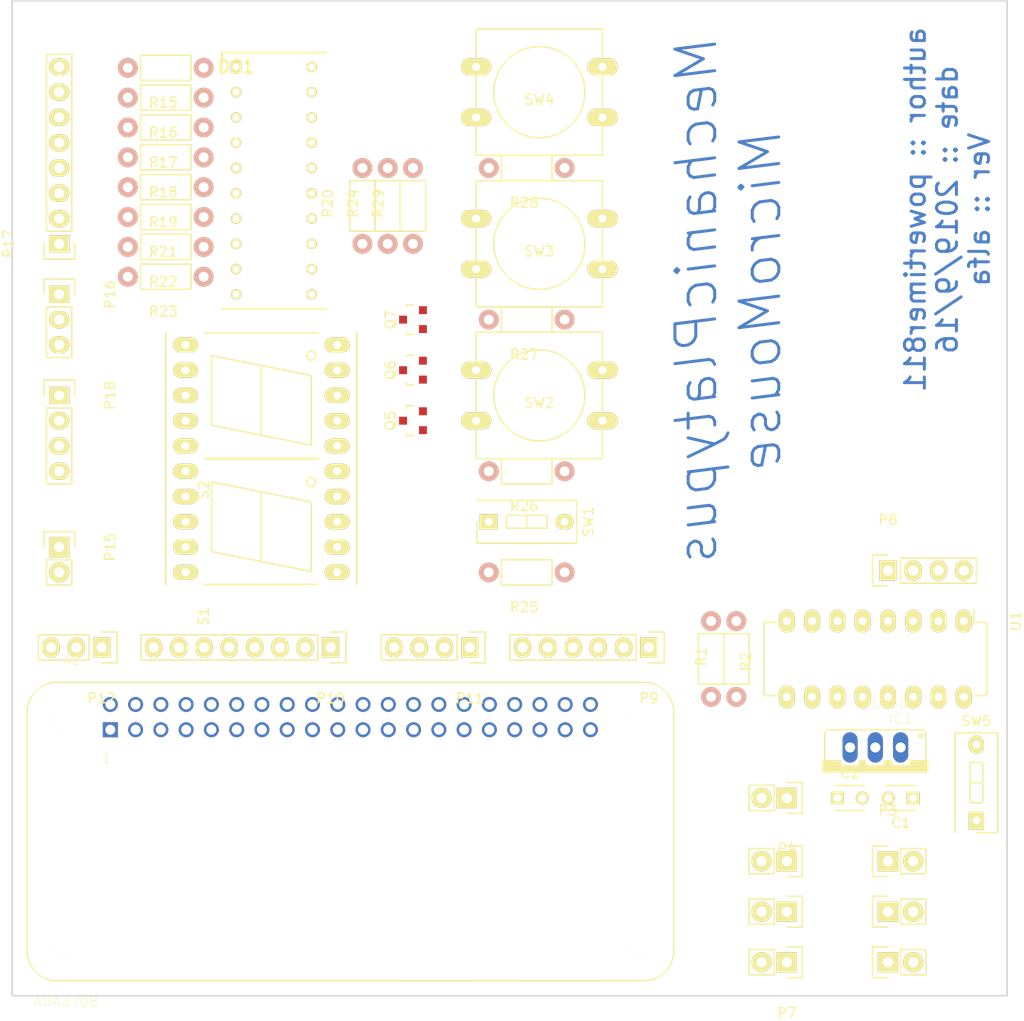
<source format=kicad_pcb>
(kicad_pcb (version 4) (host pcbnew 4.0.2+dfsg1-stable)

  (general
    (links 145)
    (no_connects 145)
    (area 6.285716 69.924999 126.845 187.700001)
    (thickness 1.6)
    (drawings 8)
    (tracks 0)
    (zones 0)
    (modules 49)
    (nets 74)
  )

  (page A4)
  (layers
    (0 F.Cu signal)
    (31 B.Cu signal)
    (32 B.Adhes user hide)
    (33 F.Adhes user hide)
    (34 B.Paste user hide)
    (35 F.Paste user hide)
    (36 B.SilkS user hide)
    (37 F.SilkS user)
    (38 B.Mask user)
    (39 F.Mask user)
    (40 Dwgs.User user hide)
    (41 Cmts.User user hide)
    (42 Eco1.User user hide)
    (43 Eco2.User user hide)
    (44 Edge.Cuts user)
    (45 Margin user hide)
    (46 B.CrtYd user hide)
    (47 F.CrtYd user hide)
    (48 B.Fab user hide)
    (49 F.Fab user hide)
  )

  (setup
    (last_trace_width 0.25)
    (trace_clearance 0.2)
    (zone_clearance 0.508)
    (zone_45_only no)
    (trace_min 0.2)
    (segment_width 0.2)
    (edge_width 0.15)
    (via_size 0.6)
    (via_drill 0.4)
    (via_min_size 0.4)
    (via_min_drill 0.3)
    (uvia_size 0.3)
    (uvia_drill 0.1)
    (uvias_allowed no)
    (uvia_min_size 0.2)
    (uvia_min_drill 0.1)
    (pcb_text_width 0.3)
    (pcb_text_size 1.5 1.5)
    (mod_edge_width 0.15)
    (mod_text_size 1 1)
    (mod_text_width 0.15)
    (pad_size 1.524 1.524)
    (pad_drill 0.762)
    (pad_to_mask_clearance 0.2)
    (aux_axis_origin 0 0)
    (visible_elements FFFFFF7F)
    (pcbplotparams
      (layerselection 0x298e0_80000001)
      (usegerberextensions false)
      (excludeedgelayer true)
      (linewidth 0.100000)
      (plotframeref false)
      (viasonmask false)
      (mode 1)
      (useauxorigin false)
      (hpglpennumber 1)
      (hpglpenspeed 20)
      (hpglpendiameter 15)
      (hpglpenoverlay 2)
      (psnegative false)
      (psa4output false)
      (plotreference false)
      (plotvalue true)
      (plotinvisibletext false)
      (padsonsilk false)
      (subtractmaskfromsilk false)
      (outputformat 1)
      (mirror false)
      (drillshape 0)
      (scaleselection 1)
      (outputdirectory /home/platypus/mp_ws/src/micro_mouse/gerber/))
  )

  (net 0 "")
  (net 1 "Net-(A1-Pad1)")
  (net 2 "Net-(A1-Pad2)")
  (net 3 LED1)
  (net 4 +5V)
  (net 5 LED2)
  (net 6 GND)
  (net 7 LED3)
  (net 8 LED_K1)
  (net 9 LED_K2)
  (net 10 MOTOR_R_DIRE1)
  (net 11 MOTOR_L_DIRE1)
  (net 12 LED4)
  (net 13 LED5)
  (net 14 LED_K3)
  (net 15 "Net-(A1-Pad17)")
  (net 16 SW1)
  (net 17 "Net-(A1-Pad19)")
  (net 18 "Net-(A1-Pad21)")
  (net 19 SW2)
  (net 20 "Net-(A1-Pad23)")
  (net 21 "Net-(A1-Pad24)")
  (net 22 "Net-(A1-Pad26)")
  (net 23 "Net-(A1-Pad27)")
  (net 24 "Net-(A1-Pad28)")
  (net 25 LED6)
  (net 26 LED7)
  (net 27 MOTOR_L_PWM)
  (net 28 MOTOR_R_PWM)
  (net 29 MOTOR_R_DIRE2)
  (net 30 MOTOR_L_DIRE2)
  (net 31 LED8)
  (net 32 SW3)
  (net 33 SW4)
  (net 34 "Net-(C1-Pad1)")
  (net 35 "Net-(DS1-Pad1)")
  (net 36 "Net-(DS1-Pad11)")
  (net 37 "Net-(DS1-Pad2)")
  (net 38 "Net-(DS1-Pad3)")
  (net 39 "Net-(DS1-Pad4)")
  (net 40 "Net-(DS1-Pad5)")
  (net 41 "Net-(DS1-Pad6)")
  (net 42 "Net-(DS1-Pad7)")
  (net 43 "Net-(DS1-Pad8)")
  (net 44 "Net-(DS1-Pad9)")
  (net 45 "Net-(DS1-Pad10)")
  (net 46 "Net-(P8-Pad1)")
  (net 47 "Net-(P8-Pad2)")
  (net 48 "Net-(P8-Pad3)")
  (net 49 "Net-(P8-Pad4)")
  (net 50 "Net-(P15-Pad1)")
  (net 51 "Net-(P15-Pad2)")
  (net 52 "Net-(P16-Pad1)")
  (net 53 "Net-(P16-Pad2)")
  (net 54 "Net-(P16-Pad3)")
  (net 55 "Net-(P17-Pad1)")
  (net 56 "Net-(P17-Pad2)")
  (net 57 "Net-(P17-Pad3)")
  (net 58 "Net-(P17-Pad4)")
  (net 59 "Net-(P17-Pad5)")
  (net 60 "Net-(P17-Pad6)")
  (net 61 "Net-(P17-Pad7)")
  (net 62 "Net-(P17-Pad8)")
  (net 63 "Net-(P18-Pad1)")
  (net 64 "Net-(P18-Pad2)")
  (net 65 "Net-(P18-Pad3)")
  (net 66 "Net-(P18-Pad4)")
  (net 67 "Net-(Q5-Pad3)")
  (net 68 "Net-(Q6-Pad3)")
  (net 69 "Net-(R1-Pad2)")
  (net 70 "Net-(U1-Pad5)")
  (net 71 "Net-(U1-Pad6)")
  (net 72 "Net-(U1-Pad7)")
  (net 73 "Net-(P3-Pad2)")

  (net_class Default "This is the default net class."
    (clearance 0.2)
    (trace_width 0.25)
    (via_dia 0.6)
    (via_drill 0.4)
    (uvia_dia 0.3)
    (uvia_drill 0.1)
    (add_net +5V)
    (add_net GND)
    (add_net LED1)
    (add_net LED2)
    (add_net LED3)
    (add_net LED4)
    (add_net LED5)
    (add_net LED6)
    (add_net LED7)
    (add_net LED8)
    (add_net LED_K1)
    (add_net LED_K2)
    (add_net LED_K3)
    (add_net MOTOR_L_DIRE1)
    (add_net MOTOR_L_DIRE2)
    (add_net MOTOR_L_PWM)
    (add_net MOTOR_R_DIRE1)
    (add_net MOTOR_R_DIRE2)
    (add_net MOTOR_R_PWM)
    (add_net "Net-(A1-Pad1)")
    (add_net "Net-(A1-Pad17)")
    (add_net "Net-(A1-Pad19)")
    (add_net "Net-(A1-Pad2)")
    (add_net "Net-(A1-Pad21)")
    (add_net "Net-(A1-Pad23)")
    (add_net "Net-(A1-Pad24)")
    (add_net "Net-(A1-Pad26)")
    (add_net "Net-(A1-Pad27)")
    (add_net "Net-(A1-Pad28)")
    (add_net "Net-(C1-Pad1)")
    (add_net "Net-(DS1-Pad1)")
    (add_net "Net-(DS1-Pad10)")
    (add_net "Net-(DS1-Pad11)")
    (add_net "Net-(DS1-Pad2)")
    (add_net "Net-(DS1-Pad3)")
    (add_net "Net-(DS1-Pad4)")
    (add_net "Net-(DS1-Pad5)")
    (add_net "Net-(DS1-Pad6)")
    (add_net "Net-(DS1-Pad7)")
    (add_net "Net-(DS1-Pad8)")
    (add_net "Net-(DS1-Pad9)")
    (add_net "Net-(P15-Pad1)")
    (add_net "Net-(P15-Pad2)")
    (add_net "Net-(P16-Pad1)")
    (add_net "Net-(P16-Pad2)")
    (add_net "Net-(P16-Pad3)")
    (add_net "Net-(P17-Pad1)")
    (add_net "Net-(P17-Pad2)")
    (add_net "Net-(P17-Pad3)")
    (add_net "Net-(P17-Pad4)")
    (add_net "Net-(P17-Pad5)")
    (add_net "Net-(P17-Pad6)")
    (add_net "Net-(P17-Pad7)")
    (add_net "Net-(P17-Pad8)")
    (add_net "Net-(P18-Pad1)")
    (add_net "Net-(P18-Pad2)")
    (add_net "Net-(P18-Pad3)")
    (add_net "Net-(P18-Pad4)")
    (add_net "Net-(P3-Pad2)")
    (add_net "Net-(P8-Pad1)")
    (add_net "Net-(P8-Pad2)")
    (add_net "Net-(P8-Pad3)")
    (add_net "Net-(P8-Pad4)")
    (add_net "Net-(Q5-Pad3)")
    (add_net "Net-(Q6-Pad3)")
    (add_net "Net-(R1-Pad2)")
    (add_net "Net-(U1-Pad5)")
    (add_net "Net-(U1-Pad6)")
    (add_net "Net-(U1-Pad7)")
    (add_net SW1)
    (add_net SW2)
    (add_net SW3)
    (add_net SW4)
  )

  (module ADA3708:ADA3708_RPI-ZERO (layer F.Cu) (tedit 0) (tstamp 5D7CC8E5)
    (at 59 142)
    (descr "Raspberry Pi board model B+, full outline with position of big connectors &amp; drill holes")
    (path /5D7C8F11)
    (fp_text reference A1 (at -27.9928 -5.72581) (layer F.SilkS)
      (effects (font (size 1.00189 1.00189) (thickness 0.05)))
    )
    (fp_text value ADA3708 (at -28.5911 28.591) (layer F.SilkS)
      (effects (font (size 1.00056 1.00056) (thickness 0.05)))
    )
    (fp_circle (center -29 23) (end -25.9 23) (layer Eco2.User) (width 0.127))
    (fp_circle (center 29 23) (end 32.1 23) (layer Eco2.User) (width 0.127))
    (fp_circle (center 29 0) (end 32.1 0) (layer Eco2.User) (width 0.127))
    (fp_circle (center -29 0) (end -25.9 0) (layer Eco2.User) (width 0.127))
    (fp_arc (start -29.5 23.5) (end -29.5 26.5) (angle 90) (layer Eco2.User) (width 0.127))
    (fp_line (start -29.5 26.5) (end -25.65 26.5) (layer Eco2.User) (width 0.127))
    (fp_line (start -25.65 26.5) (end -18.15 26.5) (layer Eco2.User) (width 0.127))
    (fp_line (start -18.15 26.5) (end 29.5 26.5) (layer Eco2.User) (width 0.127))
    (fp_arc (start 29.5 23.5) (end 32.5 23.5) (angle 90) (layer Eco2.User) (width 0.127))
    (fp_line (start 32.5 23.5) (end 32.5 -0.5) (layer Eco2.User) (width 0.127))
    (fp_arc (start 29.5 -0.5) (end 29.5 -3.5) (angle 90) (layer Eco2.User) (width 0.127))
    (fp_line (start 29.5 -3.5) (end -29.5 -3.5) (layer Eco2.User) (width 0.127))
    (fp_arc (start -29.5 -0.5) (end -32.5 -0.5) (angle 90) (layer Eco2.User) (width 0.127))
    (fp_line (start -32.5 -0.5) (end -32.5 23.5) (layer Eco2.User) (width 0.127))
    (fp_line (start -25.65 26.5) (end -25.65 20.75) (layer Eco2.User) (width 0.127))
    (fp_line (start -25.65 20.75) (end -18.15 20.75) (layer Eco2.User) (width 0.127))
    (fp_line (start -18.15 20.75) (end -18.15 26.5) (layer Eco2.User) (width 0.127))
    (fp_line (start -25.65 26.5) (end -25.9 27) (layer Eco2.User) (width 0.127))
    (fp_line (start -25.9 27) (end -17.9 27) (layer Eco2.User) (width 0.127))
    (fp_line (start -17.9 27) (end -18.15 26.5) (layer Eco2.User) (width 0.127))
    (fp_text user 1 (at -24.4727 4.13175) (layer F.SilkS)
      (effects (font (size 1 1) (thickness 0.05)))
    )
    (fp_line (start 4.4 26.5) (end 5.25 26.5) (layer Eco2.User) (width 0.127))
    (fp_line (start 5.25 26.5) (end 12.75 26.5) (layer Eco2.User) (width 0.127))
    (fp_line (start 5.25 26.5) (end 5.25 20.75) (layer Eco2.User) (width 0.127))
    (fp_line (start 5.25 20.75) (end 12.75 20.75) (layer Eco2.User) (width 0.127))
    (fp_line (start 12.75 20.75) (end 12.75 26.5) (layer Eco2.User) (width 0.127))
    (fp_line (start 5.25 26.5) (end 5 27) (layer Eco2.User) (width 0.127))
    (fp_line (start 5 27) (end 13 27) (layer Eco2.User) (width 0.127))
    (fp_line (start 13 27) (end 12.75 26.5) (layer Eco2.User) (width 0.127))
    (fp_line (start 17 26.5) (end 17.85 26.5) (layer Eco2.User) (width 0.127))
    (fp_line (start 17.85 26.5) (end 25.35 26.5) (layer Eco2.User) (width 0.127))
    (fp_line (start 17.85 26.5) (end 17.85 20.75) (layer Eco2.User) (width 0.127))
    (fp_line (start 17.85 20.75) (end 25.35 20.75) (layer Eco2.User) (width 0.127))
    (fp_line (start 25.35 20.75) (end 25.35 26.5) (layer Eco2.User) (width 0.127))
    (fp_line (start 17.85 26.5) (end 17.6 27) (layer Eco2.User) (width 0.127))
    (fp_line (start 17.6 27) (end 25.6 27) (layer Eco2.User) (width 0.127))
    (fp_line (start 25.6 27) (end 25.35 26.5) (layer Eco2.User) (width 0.127))
    (fp_line (start -25.4 -2.54) (end -25.4 2.54) (layer Eco2.User) (width 0.127))
    (fp_line (start -25.4 2.54) (end 25.4 2.54) (layer Eco2.User) (width 0.127))
    (fp_line (start 25.4 2.54) (end 25.4 -2.54) (layer Eco2.User) (width 0.127))
    (fp_line (start 25.4 -2.54) (end -25.4 -2.54) (layer Eco2.User) (width 0.127))
    (fp_line (start -32.75 -3.75) (end 32.75 -3.75) (layer Eco1.User) (width 0.05))
    (fp_line (start 32.75 -3.75) (end 32.75 27.25) (layer Eco1.User) (width 0.05))
    (fp_line (start 32.75 27.25) (end -32.75 27.25) (layer Eco1.User) (width 0.05))
    (fp_line (start -32.75 27.25) (end -32.75 -3.75) (layer Eco1.User) (width 0.05))
    (fp_arc (start -29.5 23.5) (end -29.5 26.5) (angle 90) (layer F.SilkS) (width 0.127))
    (fp_line (start -29.5 26.5) (end 29.5 26.5) (layer F.SilkS) (width 0.127))
    (fp_arc (start 29.5 23.5) (end 32.5 23.5) (angle 90) (layer F.SilkS) (width 0.127))
    (fp_line (start 32.5 23.5) (end 32.5 -0.5) (layer F.SilkS) (width 0.127))
    (fp_arc (start 29.5 -0.5) (end 29.5 -3.5) (angle 90) (layer F.SilkS) (width 0.127))
    (fp_line (start 29.5 -3.5) (end -29.5 -3.5) (layer F.SilkS) (width 0.127))
    (fp_arc (start -29.5 -0.5) (end -32.5 -0.5) (angle 90) (layer F.SilkS) (width 0.127))
    (fp_line (start -32.5 -0.5) (end -32.5 23.5) (layer F.SilkS) (width 0.127))
    (fp_line (start 4.4 26.5) (end 12.75 26.5) (layer F.SilkS) (width 0.127))
    (fp_line (start 17 26.5) (end 25.35 26.5) (layer F.SilkS) (width 0.127))
    (pad 1 thru_hole rect (at -24.13 1.27) (size 1.508 1.508) (drill 1) (layers *.Cu *.Mask)
      (net 1 "Net-(A1-Pad1)"))
    (pad 2 thru_hole circle (at -24.13 -1.27) (size 1.508 1.508) (drill 1) (layers *.Cu *.Mask)
      (net 2 "Net-(A1-Pad2)"))
    (pad 3 thru_hole circle (at -21.59 1.27) (size 1.508 1.508) (drill 1) (layers *.Cu *.Mask)
      (net 3 LED1))
    (pad 4 thru_hole circle (at -21.59 -1.27) (size 1.508 1.508) (drill 1) (layers *.Cu *.Mask)
      (net 4 +5V))
    (pad 5 thru_hole circle (at -19.05 1.27) (size 1.508 1.508) (drill 1) (layers *.Cu *.Mask)
      (net 5 LED2))
    (pad 6 thru_hole circle (at -19.05 -1.27) (size 1.508 1.508) (drill 1) (layers *.Cu *.Mask)
      (net 6 GND))
    (pad 7 thru_hole circle (at -16.51 1.27) (size 1.508 1.508) (drill 1) (layers *.Cu *.Mask)
      (net 7 LED3))
    (pad 8 thru_hole circle (at -16.51 -1.27) (size 1.508 1.508) (drill 1) (layers *.Cu *.Mask)
      (net 8 LED_K1))
    (pad 9 thru_hole circle (at -13.97 1.27) (size 1.508 1.508) (drill 1) (layers *.Cu *.Mask)
      (net 6 GND))
    (pad 10 thru_hole circle (at -13.97 -1.27) (size 1.508 1.508) (drill 1) (layers *.Cu *.Mask)
      (net 9 LED_K2))
    (pad 11 thru_hole circle (at -11.43 1.27) (size 1.508 1.508) (drill 1) (layers *.Cu *.Mask)
      (net 10 MOTOR_R_DIRE1))
    (pad 12 thru_hole circle (at -11.43 -1.27) (size 1.508 1.508) (drill 1) (layers *.Cu *.Mask)
      (net 11 MOTOR_L_DIRE1))
    (pad 13 thru_hole circle (at -8.89 1.27) (size 1.508 1.508) (drill 1) (layers *.Cu *.Mask)
      (net 12 LED4))
    (pad 14 thru_hole circle (at -8.89 -1.27) (size 1.508 1.508) (drill 1) (layers *.Cu *.Mask)
      (net 6 GND))
    (pad 15 thru_hole circle (at -6.35 1.27) (size 1.508 1.508) (drill 1) (layers *.Cu *.Mask)
      (net 13 LED5))
    (pad 16 thru_hole circle (at -6.35 -1.27) (size 1.508 1.508) (drill 1) (layers *.Cu *.Mask)
      (net 14 LED_K3))
    (pad 17 thru_hole circle (at -3.81 1.27) (size 1.508 1.508) (drill 1) (layers *.Cu *.Mask)
      (net 15 "Net-(A1-Pad17)"))
    (pad 18 thru_hole circle (at -3.81 -1.27) (size 1.508 1.508) (drill 1) (layers *.Cu *.Mask)
      (net 16 SW1))
    (pad 19 thru_hole circle (at -1.27 1.27) (size 1.508 1.508) (drill 1) (layers *.Cu *.Mask)
      (net 17 "Net-(A1-Pad19)"))
    (pad 20 thru_hole circle (at -1.27 -1.27) (size 1.508 1.508) (drill 1) (layers *.Cu *.Mask)
      (net 6 GND))
    (pad 21 thru_hole circle (at 1.27 1.27) (size 1.508 1.508) (drill 1) (layers *.Cu *.Mask)
      (net 18 "Net-(A1-Pad21)"))
    (pad 22 thru_hole circle (at 1.27 -1.27) (size 1.508 1.508) (drill 1) (layers *.Cu *.Mask)
      (net 19 SW2))
    (pad 23 thru_hole circle (at 3.81 1.27) (size 1.508 1.508) (drill 1) (layers *.Cu *.Mask)
      (net 20 "Net-(A1-Pad23)"))
    (pad 24 thru_hole circle (at 3.81 -1.27) (size 1.508 1.508) (drill 1) (layers *.Cu *.Mask)
      (net 21 "Net-(A1-Pad24)"))
    (pad 25 thru_hole circle (at 6.35 1.27) (size 1.508 1.508) (drill 1) (layers *.Cu *.Mask)
      (net 6 GND))
    (pad 26 thru_hole circle (at 6.35 -1.27) (size 1.508 1.508) (drill 1) (layers *.Cu *.Mask)
      (net 22 "Net-(A1-Pad26)"))
    (pad 27 thru_hole circle (at 8.89 1.27) (size 1.508 1.508) (drill 1) (layers *.Cu *.Mask)
      (net 23 "Net-(A1-Pad27)"))
    (pad 28 thru_hole circle (at 8.89 -1.27) (size 1.508 1.508) (drill 1) (layers *.Cu *.Mask)
      (net 24 "Net-(A1-Pad28)"))
    (pad 29 thru_hole circle (at 11.43 1.27) (size 1.508 1.508) (drill 1) (layers *.Cu *.Mask)
      (net 25 LED6))
    (pad 30 thru_hole circle (at 11.43 -1.27) (size 1.508 1.508) (drill 1) (layers *.Cu *.Mask)
      (net 6 GND))
    (pad 31 thru_hole circle (at 13.97 1.27) (size 1.508 1.508) (drill 1) (layers *.Cu *.Mask)
      (net 26 LED7))
    (pad 32 thru_hole circle (at 13.97 -1.27) (size 1.508 1.508) (drill 1) (layers *.Cu *.Mask)
      (net 27 MOTOR_L_PWM))
    (pad 33 thru_hole circle (at 16.51 1.27) (size 1.508 1.508) (drill 1) (layers *.Cu *.Mask)
      (net 28 MOTOR_R_PWM))
    (pad 34 thru_hole circle (at 16.51 -1.27) (size 1.508 1.508) (drill 1) (layers *.Cu *.Mask)
      (net 6 GND))
    (pad 35 thru_hole circle (at 19.05 1.27) (size 1.508 1.508) (drill 1) (layers *.Cu *.Mask)
      (net 29 MOTOR_R_DIRE2))
    (pad 36 thru_hole circle (at 19.05 -1.27) (size 1.508 1.508) (drill 1) (layers *.Cu *.Mask)
      (net 30 MOTOR_L_DIRE2))
    (pad 37 thru_hole circle (at 21.59 1.27) (size 1.508 1.508) (drill 1) (layers *.Cu *.Mask)
      (net 31 LED8))
    (pad 38 thru_hole circle (at 21.59 -1.27) (size 1.508 1.508) (drill 1) (layers *.Cu *.Mask)
      (net 32 SW3))
    (pad 39 thru_hole circle (at 24.13 1.27) (size 1.508 1.508) (drill 1) (layers *.Cu *.Mask)
      (net 6 GND))
    (pad 40 thru_hole circle (at 24.13 -1.27) (size 1.508 1.508) (drill 1) (layers *.Cu *.Mask)
      (net 33 SW4))
    (pad Hole np_thru_hole circle (at -29 23) (size 2.75 2.75) (drill 2.75) (layers *.Cu *.Mask F.SilkS))
    (pad Hole np_thru_hole circle (at -29 0) (size 2.75 2.75) (drill 2.75) (layers *.Cu *.Mask F.SilkS))
    (pad Hole np_thru_hole circle (at 29 23) (size 2.75 2.75) (drill 2.75) (layers *.Cu *.Mask F.SilkS))
    (pad Hole np_thru_hole circle (at 29 0) (size 2.75 2.75) (drill 2.75) (layers *.Cu *.Mask F.SilkS))
  )

  (module Capacitors_ThroughHole:C_Disc_D3_P2.5 (layer F.Cu) (tedit 0) (tstamp 5D7CC8EB)
    (at 115.57 150.13 180)
    (descr "Capacitor 3mm Disc, Pitch 2.5mm")
    (tags Capacitor)
    (path /5D7BB8AB)
    (fp_text reference C1 (at 1.25 -2.5 180) (layer F.SilkS)
      (effects (font (size 1 1) (thickness 0.15)))
    )
    (fp_text value 0.33uF (at 1.25 2.5 180) (layer F.Fab)
      (effects (font (size 1 1) (thickness 0.15)))
    )
    (fp_line (start -0.9 -1.5) (end 3.4 -1.5) (layer F.CrtYd) (width 0.05))
    (fp_line (start 3.4 -1.5) (end 3.4 1.5) (layer F.CrtYd) (width 0.05))
    (fp_line (start 3.4 1.5) (end -0.9 1.5) (layer F.CrtYd) (width 0.05))
    (fp_line (start -0.9 1.5) (end -0.9 -1.5) (layer F.CrtYd) (width 0.05))
    (fp_line (start -0.25 -1.25) (end 2.75 -1.25) (layer F.SilkS) (width 0.15))
    (fp_line (start 2.75 1.25) (end -0.25 1.25) (layer F.SilkS) (width 0.15))
    (pad 1 thru_hole rect (at 0 0 180) (size 1.3 1.3) (drill 0.8) (layers *.Cu *.Mask F.SilkS)
      (net 34 "Net-(C1-Pad1)"))
    (pad 2 thru_hole circle (at 2.5 0 180) (size 1.3 1.3) (drill 0.8001) (layers *.Cu *.Mask F.SilkS)
      (net 6 GND))
    (model Capacitors_ThroughHole.3dshapes/C_Disc_D3_P2.5.wrl
      (at (xyz 0.0492126 0 0))
      (scale (xyz 1 1 1))
      (rotate (xyz 0 0 0))
    )
  )

  (module Capacitors_ThroughHole:C_Disc_D3_P2.5 (layer F.Cu) (tedit 0) (tstamp 5D7CC8F1)
    (at 107.95 150.13)
    (descr "Capacitor 3mm Disc, Pitch 2.5mm")
    (tags Capacitor)
    (path /5D7BB97A)
    (fp_text reference C2 (at 1.25 -2.5) (layer F.SilkS)
      (effects (font (size 1 1) (thickness 0.15)))
    )
    (fp_text value 0.1uF (at 1.25 2.5) (layer F.Fab)
      (effects (font (size 1 1) (thickness 0.15)))
    )
    (fp_line (start -0.9 -1.5) (end 3.4 -1.5) (layer F.CrtYd) (width 0.05))
    (fp_line (start 3.4 -1.5) (end 3.4 1.5) (layer F.CrtYd) (width 0.05))
    (fp_line (start 3.4 1.5) (end -0.9 1.5) (layer F.CrtYd) (width 0.05))
    (fp_line (start -0.9 1.5) (end -0.9 -1.5) (layer F.CrtYd) (width 0.05))
    (fp_line (start -0.25 -1.25) (end 2.75 -1.25) (layer F.SilkS) (width 0.15))
    (fp_line (start 2.75 1.25) (end -0.25 1.25) (layer F.SilkS) (width 0.15))
    (pad 1 thru_hole rect (at 0 0) (size 1.3 1.3) (drill 0.8) (layers *.Cu *.Mask F.SilkS)
      (net 4 +5V))
    (pad 2 thru_hole circle (at 2.5 0) (size 1.3 1.3) (drill 0.8001) (layers *.Cu *.Mask F.SilkS)
      (net 6 GND))
    (model Capacitors_ThroughHole.3dshapes/C_Disc_D3_P2.5.wrl
      (at (xyz 0.0492126 0 0))
      (scale (xyz 1 1 1))
      (rotate (xyz 0 0 0))
    )
  )

  (module Socket_Strips:Socket_Strip_Straight_1x02 (layer F.Cu) (tedit 54E9F75E) (tstamp 5D7CC916)
    (at 113.03 161.56)
    (descr "Through hole socket strip")
    (tags "socket strip")
    (path /5D7DBE9A)
    (fp_text reference P1 (at 0 -5.1) (layer F.SilkS)
      (effects (font (size 1 1) (thickness 0.15)))
    )
    (fp_text value SOURCE_12v (at 0 -3.1) (layer F.Fab)
      (effects (font (size 1 1) (thickness 0.15)))
    )
    (fp_line (start -1.55 1.55) (end 0 1.55) (layer F.SilkS) (width 0.15))
    (fp_line (start 3.81 1.27) (end 1.27 1.27) (layer F.SilkS) (width 0.15))
    (fp_line (start -1.75 -1.75) (end -1.75 1.75) (layer F.CrtYd) (width 0.05))
    (fp_line (start 4.3 -1.75) (end 4.3 1.75) (layer F.CrtYd) (width 0.05))
    (fp_line (start -1.75 -1.75) (end 4.3 -1.75) (layer F.CrtYd) (width 0.05))
    (fp_line (start -1.75 1.75) (end 4.3 1.75) (layer F.CrtYd) (width 0.05))
    (fp_line (start 1.27 1.27) (end 1.27 -1.27) (layer F.SilkS) (width 0.15))
    (fp_line (start 0 -1.55) (end -1.55 -1.55) (layer F.SilkS) (width 0.15))
    (fp_line (start -1.55 -1.55) (end -1.55 1.55) (layer F.SilkS) (width 0.15))
    (fp_line (start 1.27 -1.27) (end 3.81 -1.27) (layer F.SilkS) (width 0.15))
    (fp_line (start 3.81 -1.27) (end 3.81 1.27) (layer F.SilkS) (width 0.15))
    (pad 1 thru_hole rect (at 0 0) (size 2.032 2.032) (drill 1.016) (layers *.Cu *.Mask F.SilkS)
      (net 6 GND))
    (pad 2 thru_hole oval (at 2.54 0) (size 2.032 2.032) (drill 1.016) (layers *.Cu *.Mask F.SilkS)
      (net 34 "Net-(C1-Pad1)"))
    (model Socket_Strips.3dshapes/Socket_Strip_Straight_1x02.wrl
      (at (xyz 0.05 0 0))
      (scale (xyz 1 1 1))
      (rotate (xyz 0 0 180))
    )
  )

  (module Socket_Strips:Socket_Strip_Straight_1x02 (layer F.Cu) (tedit 54E9F75E) (tstamp 5D7CC91C)
    (at 113.03 166.64)
    (descr "Through hole socket strip")
    (tags "socket strip")
    (path /5D7DBD82)
    (fp_text reference P2 (at 0 -5.1) (layer F.SilkS)
      (effects (font (size 1 1) (thickness 0.15)))
    )
    (fp_text value SOURCE_12v (at 0 -3.1) (layer F.Fab)
      (effects (font (size 1 1) (thickness 0.15)))
    )
    (fp_line (start -1.55 1.55) (end 0 1.55) (layer F.SilkS) (width 0.15))
    (fp_line (start 3.81 1.27) (end 1.27 1.27) (layer F.SilkS) (width 0.15))
    (fp_line (start -1.75 -1.75) (end -1.75 1.75) (layer F.CrtYd) (width 0.05))
    (fp_line (start 4.3 -1.75) (end 4.3 1.75) (layer F.CrtYd) (width 0.05))
    (fp_line (start -1.75 -1.75) (end 4.3 -1.75) (layer F.CrtYd) (width 0.05))
    (fp_line (start -1.75 1.75) (end 4.3 1.75) (layer F.CrtYd) (width 0.05))
    (fp_line (start 1.27 1.27) (end 1.27 -1.27) (layer F.SilkS) (width 0.15))
    (fp_line (start 0 -1.55) (end -1.55 -1.55) (layer F.SilkS) (width 0.15))
    (fp_line (start -1.55 -1.55) (end -1.55 1.55) (layer F.SilkS) (width 0.15))
    (fp_line (start 1.27 -1.27) (end 3.81 -1.27) (layer F.SilkS) (width 0.15))
    (fp_line (start 3.81 -1.27) (end 3.81 1.27) (layer F.SilkS) (width 0.15))
    (pad 1 thru_hole rect (at 0 0) (size 2.032 2.032) (drill 1.016) (layers *.Cu *.Mask F.SilkS)
      (net 6 GND))
    (pad 2 thru_hole oval (at 2.54 0) (size 2.032 2.032) (drill 1.016) (layers *.Cu *.Mask F.SilkS)
      (net 34 "Net-(C1-Pad1)"))
    (model Socket_Strips.3dshapes/Socket_Strip_Straight_1x02.wrl
      (at (xyz 0.05 0 0))
      (scale (xyz 1 1 1))
      (rotate (xyz 0 0 180))
    )
  )

  (module Socket_Strips:Socket_Strip_Straight_1x02 (layer F.Cu) (tedit 54E9F75E) (tstamp 5D7CC922)
    (at 113.03 156.48)
    (descr "Through hole socket strip")
    (tags "socket strip")
    (path /5D7BBC6E)
    (fp_text reference P3 (at 0 -5.1) (layer F.SilkS)
      (effects (font (size 1 1) (thickness 0.15)))
    )
    (fp_text value "battery 12v" (at 0 -3.1) (layer F.Fab)
      (effects (font (size 1 1) (thickness 0.15)))
    )
    (fp_line (start -1.55 1.55) (end 0 1.55) (layer F.SilkS) (width 0.15))
    (fp_line (start 3.81 1.27) (end 1.27 1.27) (layer F.SilkS) (width 0.15))
    (fp_line (start -1.75 -1.75) (end -1.75 1.75) (layer F.CrtYd) (width 0.05))
    (fp_line (start 4.3 -1.75) (end 4.3 1.75) (layer F.CrtYd) (width 0.05))
    (fp_line (start -1.75 -1.75) (end 4.3 -1.75) (layer F.CrtYd) (width 0.05))
    (fp_line (start -1.75 1.75) (end 4.3 1.75) (layer F.CrtYd) (width 0.05))
    (fp_line (start 1.27 1.27) (end 1.27 -1.27) (layer F.SilkS) (width 0.15))
    (fp_line (start 0 -1.55) (end -1.55 -1.55) (layer F.SilkS) (width 0.15))
    (fp_line (start -1.55 -1.55) (end -1.55 1.55) (layer F.SilkS) (width 0.15))
    (fp_line (start 1.27 -1.27) (end 3.81 -1.27) (layer F.SilkS) (width 0.15))
    (fp_line (start 3.81 -1.27) (end 3.81 1.27) (layer F.SilkS) (width 0.15))
    (pad 1 thru_hole rect (at 0 0) (size 2.032 2.032) (drill 1.016) (layers *.Cu *.Mask F.SilkS)
      (net 6 GND))
    (pad 2 thru_hole oval (at 2.54 0) (size 2.032 2.032) (drill 1.016) (layers *.Cu *.Mask F.SilkS)
      (net 73 "Net-(P3-Pad2)"))
    (model Socket_Strips.3dshapes/Socket_Strip_Straight_1x02.wrl
      (at (xyz 0.05 0 0))
      (scale (xyz 1 1 1))
      (rotate (xyz 0 0 180))
    )
  )

  (module Socket_Strips:Socket_Strip_Straight_1x02 (layer F.Cu) (tedit 54E9F75E) (tstamp 5D7CC928)
    (at 102.87 150.13 180)
    (descr "Through hole socket strip")
    (tags "socket strip")
    (path /5D7DB08F)
    (fp_text reference P4 (at 0 -5.1 180) (layer F.SilkS)
      (effects (font (size 1 1) (thickness 0.15)))
    )
    (fp_text value SOURCE_5v (at 0 -3.1 180) (layer F.Fab)
      (effects (font (size 1 1) (thickness 0.15)))
    )
    (fp_line (start -1.55 1.55) (end 0 1.55) (layer F.SilkS) (width 0.15))
    (fp_line (start 3.81 1.27) (end 1.27 1.27) (layer F.SilkS) (width 0.15))
    (fp_line (start -1.75 -1.75) (end -1.75 1.75) (layer F.CrtYd) (width 0.05))
    (fp_line (start 4.3 -1.75) (end 4.3 1.75) (layer F.CrtYd) (width 0.05))
    (fp_line (start -1.75 -1.75) (end 4.3 -1.75) (layer F.CrtYd) (width 0.05))
    (fp_line (start -1.75 1.75) (end 4.3 1.75) (layer F.CrtYd) (width 0.05))
    (fp_line (start 1.27 1.27) (end 1.27 -1.27) (layer F.SilkS) (width 0.15))
    (fp_line (start 0 -1.55) (end -1.55 -1.55) (layer F.SilkS) (width 0.15))
    (fp_line (start -1.55 -1.55) (end -1.55 1.55) (layer F.SilkS) (width 0.15))
    (fp_line (start 1.27 -1.27) (end 3.81 -1.27) (layer F.SilkS) (width 0.15))
    (fp_line (start 3.81 -1.27) (end 3.81 1.27) (layer F.SilkS) (width 0.15))
    (pad 1 thru_hole rect (at 0 0 180) (size 2.032 2.032) (drill 1.016) (layers *.Cu *.Mask F.SilkS)
      (net 6 GND))
    (pad 2 thru_hole oval (at 2.54 0 180) (size 2.032 2.032) (drill 1.016) (layers *.Cu *.Mask F.SilkS)
      (net 4 +5V))
    (model Socket_Strips.3dshapes/Socket_Strip_Straight_1x02.wrl
      (at (xyz 0.05 0 0))
      (scale (xyz 1 1 1))
      (rotate (xyz 0 0 180))
    )
  )

  (module Socket_Strips:Socket_Strip_Straight_1x02 (layer F.Cu) (tedit 54E9F75E) (tstamp 5D7CC92E)
    (at 102.87 156.48 180)
    (descr "Through hole socket strip")
    (tags "socket strip")
    (path /5D7DB4B8)
    (fp_text reference P5 (at 0 -5.1 180) (layer F.SilkS)
      (effects (font (size 1 1) (thickness 0.15)))
    )
    (fp_text value SOURCE_5v (at 0 -3.1 180) (layer F.Fab)
      (effects (font (size 1 1) (thickness 0.15)))
    )
    (fp_line (start -1.55 1.55) (end 0 1.55) (layer F.SilkS) (width 0.15))
    (fp_line (start 3.81 1.27) (end 1.27 1.27) (layer F.SilkS) (width 0.15))
    (fp_line (start -1.75 -1.75) (end -1.75 1.75) (layer F.CrtYd) (width 0.05))
    (fp_line (start 4.3 -1.75) (end 4.3 1.75) (layer F.CrtYd) (width 0.05))
    (fp_line (start -1.75 -1.75) (end 4.3 -1.75) (layer F.CrtYd) (width 0.05))
    (fp_line (start -1.75 1.75) (end 4.3 1.75) (layer F.CrtYd) (width 0.05))
    (fp_line (start 1.27 1.27) (end 1.27 -1.27) (layer F.SilkS) (width 0.15))
    (fp_line (start 0 -1.55) (end -1.55 -1.55) (layer F.SilkS) (width 0.15))
    (fp_line (start -1.55 -1.55) (end -1.55 1.55) (layer F.SilkS) (width 0.15))
    (fp_line (start 1.27 -1.27) (end 3.81 -1.27) (layer F.SilkS) (width 0.15))
    (fp_line (start 3.81 -1.27) (end 3.81 1.27) (layer F.SilkS) (width 0.15))
    (pad 1 thru_hole rect (at 0 0 180) (size 2.032 2.032) (drill 1.016) (layers *.Cu *.Mask F.SilkS)
      (net 6 GND))
    (pad 2 thru_hole oval (at 2.54 0 180) (size 2.032 2.032) (drill 1.016) (layers *.Cu *.Mask F.SilkS)
      (net 4 +5V))
    (model Socket_Strips.3dshapes/Socket_Strip_Straight_1x02.wrl
      (at (xyz 0.05 0 0))
      (scale (xyz 1 1 1))
      (rotate (xyz 0 0 180))
    )
  )

  (module Socket_Strips:Socket_Strip_Straight_1x02 (layer F.Cu) (tedit 54E9F75E) (tstamp 5D7CC934)
    (at 102.87 161.56 180)
    (descr "Through hole socket strip")
    (tags "socket strip")
    (path /5D7DB517)
    (fp_text reference P6 (at 0 -5.1 180) (layer F.SilkS)
      (effects (font (size 1 1) (thickness 0.15)))
    )
    (fp_text value SOURCE_5v (at 0 -3.1 180) (layer F.Fab)
      (effects (font (size 1 1) (thickness 0.15)))
    )
    (fp_line (start -1.55 1.55) (end 0 1.55) (layer F.SilkS) (width 0.15))
    (fp_line (start 3.81 1.27) (end 1.27 1.27) (layer F.SilkS) (width 0.15))
    (fp_line (start -1.75 -1.75) (end -1.75 1.75) (layer F.CrtYd) (width 0.05))
    (fp_line (start 4.3 -1.75) (end 4.3 1.75) (layer F.CrtYd) (width 0.05))
    (fp_line (start -1.75 -1.75) (end 4.3 -1.75) (layer F.CrtYd) (width 0.05))
    (fp_line (start -1.75 1.75) (end 4.3 1.75) (layer F.CrtYd) (width 0.05))
    (fp_line (start 1.27 1.27) (end 1.27 -1.27) (layer F.SilkS) (width 0.15))
    (fp_line (start 0 -1.55) (end -1.55 -1.55) (layer F.SilkS) (width 0.15))
    (fp_line (start -1.55 -1.55) (end -1.55 1.55) (layer F.SilkS) (width 0.15))
    (fp_line (start 1.27 -1.27) (end 3.81 -1.27) (layer F.SilkS) (width 0.15))
    (fp_line (start 3.81 -1.27) (end 3.81 1.27) (layer F.SilkS) (width 0.15))
    (pad 1 thru_hole rect (at 0 0 180) (size 2.032 2.032) (drill 1.016) (layers *.Cu *.Mask F.SilkS)
      (net 6 GND))
    (pad 2 thru_hole oval (at 2.54 0 180) (size 2.032 2.032) (drill 1.016) (layers *.Cu *.Mask F.SilkS)
      (net 4 +5V))
    (model Socket_Strips.3dshapes/Socket_Strip_Straight_1x02.wrl
      (at (xyz 0.05 0 0))
      (scale (xyz 1 1 1))
      (rotate (xyz 0 0 180))
    )
  )

  (module Socket_Strips:Socket_Strip_Straight_1x02 (layer F.Cu) (tedit 54E9F75E) (tstamp 5D7CC93A)
    (at 102.87 166.64 180)
    (descr "Through hole socket strip")
    (tags "socket strip")
    (path /5D7DB579)
    (fp_text reference P7 (at 0 -5.1 180) (layer F.SilkS)
      (effects (font (size 1 1) (thickness 0.15)))
    )
    (fp_text value SOURCE_5v (at 0 -3.1 180) (layer F.Fab)
      (effects (font (size 1 1) (thickness 0.15)))
    )
    (fp_line (start -1.55 1.55) (end 0 1.55) (layer F.SilkS) (width 0.15))
    (fp_line (start 3.81 1.27) (end 1.27 1.27) (layer F.SilkS) (width 0.15))
    (fp_line (start -1.75 -1.75) (end -1.75 1.75) (layer F.CrtYd) (width 0.05))
    (fp_line (start 4.3 -1.75) (end 4.3 1.75) (layer F.CrtYd) (width 0.05))
    (fp_line (start -1.75 -1.75) (end 4.3 -1.75) (layer F.CrtYd) (width 0.05))
    (fp_line (start -1.75 1.75) (end 4.3 1.75) (layer F.CrtYd) (width 0.05))
    (fp_line (start 1.27 1.27) (end 1.27 -1.27) (layer F.SilkS) (width 0.15))
    (fp_line (start 0 -1.55) (end -1.55 -1.55) (layer F.SilkS) (width 0.15))
    (fp_line (start -1.55 -1.55) (end -1.55 1.55) (layer F.SilkS) (width 0.15))
    (fp_line (start 1.27 -1.27) (end 3.81 -1.27) (layer F.SilkS) (width 0.15))
    (fp_line (start 3.81 -1.27) (end 3.81 1.27) (layer F.SilkS) (width 0.15))
    (pad 1 thru_hole rect (at 0 0 180) (size 2.032 2.032) (drill 1.016) (layers *.Cu *.Mask F.SilkS)
      (net 6 GND))
    (pad 2 thru_hole oval (at 2.54 0 180) (size 2.032 2.032) (drill 1.016) (layers *.Cu *.Mask F.SilkS)
      (net 4 +5V))
    (model Socket_Strips.3dshapes/Socket_Strip_Straight_1x02.wrl
      (at (xyz 0.05 0 0))
      (scale (xyz 1 1 1))
      (rotate (xyz 0 0 180))
    )
  )

  (module Socket_Strips:Socket_Strip_Straight_1x04 (layer F.Cu) (tedit 0) (tstamp 5D7CC942)
    (at 113.03 127.27)
    (descr "Through hole socket strip")
    (tags "socket strip")
    (path /5D7C9EB4)
    (fp_text reference P8 (at 0 -5.1) (layer F.SilkS)
      (effects (font (size 1 1) (thickness 0.15)))
    )
    (fp_text value IR_CONN (at 0 -3.1) (layer F.Fab)
      (effects (font (size 1 1) (thickness 0.15)))
    )
    (fp_line (start -1.75 -1.75) (end -1.75 1.75) (layer F.CrtYd) (width 0.05))
    (fp_line (start 9.4 -1.75) (end 9.4 1.75) (layer F.CrtYd) (width 0.05))
    (fp_line (start -1.75 -1.75) (end 9.4 -1.75) (layer F.CrtYd) (width 0.05))
    (fp_line (start -1.75 1.75) (end 9.4 1.75) (layer F.CrtYd) (width 0.05))
    (fp_line (start 1.27 -1.27) (end 8.89 -1.27) (layer F.SilkS) (width 0.15))
    (fp_line (start 1.27 1.27) (end 8.89 1.27) (layer F.SilkS) (width 0.15))
    (fp_line (start -1.55 1.55) (end 0 1.55) (layer F.SilkS) (width 0.15))
    (fp_line (start 8.89 -1.27) (end 8.89 1.27) (layer F.SilkS) (width 0.15))
    (fp_line (start 1.27 1.27) (end 1.27 -1.27) (layer F.SilkS) (width 0.15))
    (fp_line (start 0 -1.55) (end -1.55 -1.55) (layer F.SilkS) (width 0.15))
    (fp_line (start -1.55 -1.55) (end -1.55 1.55) (layer F.SilkS) (width 0.15))
    (pad 1 thru_hole rect (at 0 0) (size 1.7272 2.032) (drill 1.016) (layers *.Cu *.Mask F.SilkS)
      (net 46 "Net-(P8-Pad1)"))
    (pad 2 thru_hole oval (at 2.54 0) (size 1.7272 2.032) (drill 1.016) (layers *.Cu *.Mask F.SilkS)
      (net 47 "Net-(P8-Pad2)"))
    (pad 3 thru_hole oval (at 5.08 0) (size 1.7272 2.032) (drill 1.016) (layers *.Cu *.Mask F.SilkS)
      (net 48 "Net-(P8-Pad3)"))
    (pad 4 thru_hole oval (at 7.62 0) (size 1.7272 2.032) (drill 1.016) (layers *.Cu *.Mask F.SilkS)
      (net 49 "Net-(P8-Pad4)"))
    (model Socket_Strips.3dshapes/Socket_Strip_Straight_1x04.wrl
      (at (xyz 0.15 0 0))
      (scale (xyz 1 1 1))
      (rotate (xyz 0 0 180))
    )
  )

  (module Socket_Strips:Socket_Strip_Straight_1x06 (layer F.Cu) (tedit 0) (tstamp 5D7CC94C)
    (at 89 135 180)
    (descr "Through hole socket strip")
    (tags "socket strip")
    (path /5D7D457A)
    (fp_text reference P9 (at 0 -5.1 180) (layer F.SilkS)
      (effects (font (size 1 1) (thickness 0.15)))
    )
    (fp_text value MOTOR_CONTROL (at 0 -3.1 180) (layer F.Fab)
      (effects (font (size 1 1) (thickness 0.15)))
    )
    (fp_line (start -1.75 -1.75) (end -1.75 1.75) (layer F.CrtYd) (width 0.05))
    (fp_line (start 14.45 -1.75) (end 14.45 1.75) (layer F.CrtYd) (width 0.05))
    (fp_line (start -1.75 -1.75) (end 14.45 -1.75) (layer F.CrtYd) (width 0.05))
    (fp_line (start -1.75 1.75) (end 14.45 1.75) (layer F.CrtYd) (width 0.05))
    (fp_line (start 1.27 1.27) (end 13.97 1.27) (layer F.SilkS) (width 0.15))
    (fp_line (start 13.97 1.27) (end 13.97 -1.27) (layer F.SilkS) (width 0.15))
    (fp_line (start 13.97 -1.27) (end 1.27 -1.27) (layer F.SilkS) (width 0.15))
    (fp_line (start -1.55 1.55) (end 0 1.55) (layer F.SilkS) (width 0.15))
    (fp_line (start 1.27 1.27) (end 1.27 -1.27) (layer F.SilkS) (width 0.15))
    (fp_line (start 0 -1.55) (end -1.55 -1.55) (layer F.SilkS) (width 0.15))
    (fp_line (start -1.55 -1.55) (end -1.55 1.55) (layer F.SilkS) (width 0.15))
    (pad 1 thru_hole rect (at 0 0 180) (size 1.7272 2.032) (drill 1.016) (layers *.Cu *.Mask F.SilkS)
      (net 28 MOTOR_R_PWM))
    (pad 2 thru_hole oval (at 2.54 0 180) (size 1.7272 2.032) (drill 1.016) (layers *.Cu *.Mask F.SilkS)
      (net 29 MOTOR_R_DIRE2))
    (pad 3 thru_hole oval (at 5.08 0 180) (size 1.7272 2.032) (drill 1.016) (layers *.Cu *.Mask F.SilkS)
      (net 10 MOTOR_R_DIRE1))
    (pad 4 thru_hole oval (at 7.62 0 180) (size 1.7272 2.032) (drill 1.016) (layers *.Cu *.Mask F.SilkS)
      (net 27 MOTOR_L_PWM))
    (pad 5 thru_hole oval (at 10.16 0 180) (size 1.7272 2.032) (drill 1.016) (layers *.Cu *.Mask F.SilkS)
      (net 30 MOTOR_L_DIRE2))
    (pad 6 thru_hole oval (at 12.7 0 180) (size 1.7272 2.032) (drill 1.016) (layers *.Cu *.Mask F.SilkS)
      (net 11 MOTOR_L_DIRE1))
    (model Socket_Strips.3dshapes/Socket_Strip_Straight_1x06.wrl
      (at (xyz 0.25 0 0))
      (scale (xyz 1 1 1))
      (rotate (xyz 0 0 180))
    )
  )

  (module Socket_Strips:Socket_Strip_Straight_1x08 (layer F.Cu) (tedit 0) (tstamp 5D7CC958)
    (at 57 135 180)
    (descr "Through hole socket strip")
    (tags "socket strip")
    (path /5D7D7414)
    (fp_text reference P10 (at 0 -5.1 180) (layer F.SilkS)
      (effects (font (size 1 1) (thickness 0.15)))
    )
    (fp_text value LED_CONN (at 0 -3.1 180) (layer F.Fab)
      (effects (font (size 1 1) (thickness 0.15)))
    )
    (fp_line (start -1.75 -1.75) (end -1.75 1.75) (layer F.CrtYd) (width 0.05))
    (fp_line (start 19.55 -1.75) (end 19.55 1.75) (layer F.CrtYd) (width 0.05))
    (fp_line (start -1.75 -1.75) (end 19.55 -1.75) (layer F.CrtYd) (width 0.05))
    (fp_line (start -1.75 1.75) (end 19.55 1.75) (layer F.CrtYd) (width 0.05))
    (fp_line (start 1.27 1.27) (end 19.05 1.27) (layer F.SilkS) (width 0.15))
    (fp_line (start 19.05 1.27) (end 19.05 -1.27) (layer F.SilkS) (width 0.15))
    (fp_line (start 19.05 -1.27) (end 1.27 -1.27) (layer F.SilkS) (width 0.15))
    (fp_line (start -1.55 1.55) (end 0 1.55) (layer F.SilkS) (width 0.15))
    (fp_line (start 1.27 1.27) (end 1.27 -1.27) (layer F.SilkS) (width 0.15))
    (fp_line (start 0 -1.55) (end -1.55 -1.55) (layer F.SilkS) (width 0.15))
    (fp_line (start -1.55 -1.55) (end -1.55 1.55) (layer F.SilkS) (width 0.15))
    (pad 1 thru_hole rect (at 0 0 180) (size 1.7272 2.032) (drill 1.016) (layers *.Cu *.Mask F.SilkS)
      (net 31 LED8))
    (pad 2 thru_hole oval (at 2.54 0 180) (size 1.7272 2.032) (drill 1.016) (layers *.Cu *.Mask F.SilkS)
      (net 26 LED7))
    (pad 3 thru_hole oval (at 5.08 0 180) (size 1.7272 2.032) (drill 1.016) (layers *.Cu *.Mask F.SilkS)
      (net 25 LED6))
    (pad 4 thru_hole oval (at 7.62 0 180) (size 1.7272 2.032) (drill 1.016) (layers *.Cu *.Mask F.SilkS)
      (net 13 LED5))
    (pad 5 thru_hole oval (at 10.16 0 180) (size 1.7272 2.032) (drill 1.016) (layers *.Cu *.Mask F.SilkS)
      (net 12 LED4))
    (pad 6 thru_hole oval (at 12.7 0 180) (size 1.7272 2.032) (drill 1.016) (layers *.Cu *.Mask F.SilkS)
      (net 7 LED3))
    (pad 7 thru_hole oval (at 15.24 0 180) (size 1.7272 2.032) (drill 1.016) (layers *.Cu *.Mask F.SilkS)
      (net 5 LED2))
    (pad 8 thru_hole oval (at 17.78 0 180) (size 1.7272 2.032) (drill 1.016) (layers *.Cu *.Mask F.SilkS)
      (net 3 LED1))
    (model Socket_Strips.3dshapes/Socket_Strip_Straight_1x08.wrl
      (at (xyz 0.35 0 0))
      (scale (xyz 1 1 1))
      (rotate (xyz 0 0 180))
    )
  )

  (module Socket_Strips:Socket_Strip_Straight_1x04 (layer F.Cu) (tedit 0) (tstamp 5D7CC960)
    (at 71 135 180)
    (descr "Through hole socket strip")
    (tags "socket strip")
    (path /5D7D6AA9)
    (fp_text reference P11 (at 0 -5.1 180) (layer F.SilkS)
      (effects (font (size 1 1) (thickness 0.15)))
    )
    (fp_text value SW_CONN (at 0 -3.1 180) (layer F.Fab)
      (effects (font (size 1 1) (thickness 0.15)))
    )
    (fp_line (start -1.75 -1.75) (end -1.75 1.75) (layer F.CrtYd) (width 0.05))
    (fp_line (start 9.4 -1.75) (end 9.4 1.75) (layer F.CrtYd) (width 0.05))
    (fp_line (start -1.75 -1.75) (end 9.4 -1.75) (layer F.CrtYd) (width 0.05))
    (fp_line (start -1.75 1.75) (end 9.4 1.75) (layer F.CrtYd) (width 0.05))
    (fp_line (start 1.27 -1.27) (end 8.89 -1.27) (layer F.SilkS) (width 0.15))
    (fp_line (start 1.27 1.27) (end 8.89 1.27) (layer F.SilkS) (width 0.15))
    (fp_line (start -1.55 1.55) (end 0 1.55) (layer F.SilkS) (width 0.15))
    (fp_line (start 8.89 -1.27) (end 8.89 1.27) (layer F.SilkS) (width 0.15))
    (fp_line (start 1.27 1.27) (end 1.27 -1.27) (layer F.SilkS) (width 0.15))
    (fp_line (start 0 -1.55) (end -1.55 -1.55) (layer F.SilkS) (width 0.15))
    (fp_line (start -1.55 -1.55) (end -1.55 1.55) (layer F.SilkS) (width 0.15))
    (pad 1 thru_hole rect (at 0 0 180) (size 1.7272 2.032) (drill 1.016) (layers *.Cu *.Mask F.SilkS)
      (net 33 SW4))
    (pad 2 thru_hole oval (at 2.54 0 180) (size 1.7272 2.032) (drill 1.016) (layers *.Cu *.Mask F.SilkS)
      (net 32 SW3))
    (pad 3 thru_hole oval (at 5.08 0 180) (size 1.7272 2.032) (drill 1.016) (layers *.Cu *.Mask F.SilkS)
      (net 19 SW2))
    (pad 4 thru_hole oval (at 7.62 0 180) (size 1.7272 2.032) (drill 1.016) (layers *.Cu *.Mask F.SilkS)
      (net 16 SW1))
    (model Socket_Strips.3dshapes/Socket_Strip_Straight_1x04.wrl
      (at (xyz 0.15 0 0))
      (scale (xyz 1 1 1))
      (rotate (xyz 0 0 180))
    )
  )

  (module Socket_Strips:Socket_Strip_Straight_1x03 (layer F.Cu) (tedit 54E9F429) (tstamp 5D7CC967)
    (at 34 135 180)
    (descr "Through hole socket strip")
    (tags "socket strip")
    (path /5D7D6E46)
    (fp_text reference P12 (at 0 -5.1 180) (layer F.SilkS)
      (effects (font (size 1 1) (thickness 0.15)))
    )
    (fp_text value LED_K_CONN (at 0 -3.1 180) (layer F.Fab)
      (effects (font (size 1 1) (thickness 0.15)))
    )
    (fp_line (start 0 -1.55) (end -1.55 -1.55) (layer F.SilkS) (width 0.15))
    (fp_line (start -1.55 -1.55) (end -1.55 1.55) (layer F.SilkS) (width 0.15))
    (fp_line (start -1.55 1.55) (end 0 1.55) (layer F.SilkS) (width 0.15))
    (fp_line (start -1.75 -1.75) (end -1.75 1.75) (layer F.CrtYd) (width 0.05))
    (fp_line (start 6.85 -1.75) (end 6.85 1.75) (layer F.CrtYd) (width 0.05))
    (fp_line (start -1.75 -1.75) (end 6.85 -1.75) (layer F.CrtYd) (width 0.05))
    (fp_line (start -1.75 1.75) (end 6.85 1.75) (layer F.CrtYd) (width 0.05))
    (fp_line (start 1.27 -1.27) (end 6.35 -1.27) (layer F.SilkS) (width 0.15))
    (fp_line (start 6.35 -1.27) (end 6.35 1.27) (layer F.SilkS) (width 0.15))
    (fp_line (start 6.35 1.27) (end 1.27 1.27) (layer F.SilkS) (width 0.15))
    (fp_line (start 1.27 1.27) (end 1.27 -1.27) (layer F.SilkS) (width 0.15))
    (pad 1 thru_hole rect (at 0 0 180) (size 1.7272 2.032) (drill 1.016) (layers *.Cu *.Mask F.SilkS)
      (net 14 LED_K3))
    (pad 2 thru_hole oval (at 2.54 0 180) (size 1.7272 2.032) (drill 1.016) (layers *.Cu *.Mask F.SilkS)
      (net 9 LED_K2))
    (pad 3 thru_hole oval (at 5.08 0 180) (size 1.7272 2.032) (drill 1.016) (layers *.Cu *.Mask F.SilkS)
      (net 8 LED_K1))
    (model Socket_Strips.3dshapes/Socket_Strip_Straight_1x03.wrl
      (at (xyz 0.1 0 0))
      (scale (xyz 1 1 1))
      (rotate (xyz 0 0 180))
    )
  )

  (module Socket_Strips:Socket_Strip_Straight_1x02 (layer F.Cu) (tedit 54E9F75E) (tstamp 5D7CC97F)
    (at 29.73 124.91 270)
    (descr "Through hole socket strip")
    (tags "socket strip")
    (path /5D7CBC6D/5D7D128D)
    (fp_text reference P15 (at 0 -5.1 270) (layer F.SilkS)
      (effects (font (size 1 1) (thickness 0.15)))
    )
    (fp_text value UI_SOURCE (at 0 -3.1 270) (layer F.Fab)
      (effects (font (size 1 1) (thickness 0.15)))
    )
    (fp_line (start -1.55 1.55) (end 0 1.55) (layer F.SilkS) (width 0.15))
    (fp_line (start 3.81 1.27) (end 1.27 1.27) (layer F.SilkS) (width 0.15))
    (fp_line (start -1.75 -1.75) (end -1.75 1.75) (layer F.CrtYd) (width 0.05))
    (fp_line (start 4.3 -1.75) (end 4.3 1.75) (layer F.CrtYd) (width 0.05))
    (fp_line (start -1.75 -1.75) (end 4.3 -1.75) (layer F.CrtYd) (width 0.05))
    (fp_line (start -1.75 1.75) (end 4.3 1.75) (layer F.CrtYd) (width 0.05))
    (fp_line (start 1.27 1.27) (end 1.27 -1.27) (layer F.SilkS) (width 0.15))
    (fp_line (start 0 -1.55) (end -1.55 -1.55) (layer F.SilkS) (width 0.15))
    (fp_line (start -1.55 -1.55) (end -1.55 1.55) (layer F.SilkS) (width 0.15))
    (fp_line (start 1.27 -1.27) (end 3.81 -1.27) (layer F.SilkS) (width 0.15))
    (fp_line (start 3.81 -1.27) (end 3.81 1.27) (layer F.SilkS) (width 0.15))
    (pad 1 thru_hole rect (at 0 0 270) (size 2.032 2.032) (drill 1.016) (layers *.Cu *.Mask F.SilkS)
      (net 50 "Net-(P15-Pad1)"))
    (pad 2 thru_hole oval (at 2.54 0 270) (size 2.032 2.032) (drill 1.016) (layers *.Cu *.Mask F.SilkS)
      (net 51 "Net-(P15-Pad2)"))
    (model Socket_Strips.3dshapes/Socket_Strip_Straight_1x02.wrl
      (at (xyz 0.05 0 0))
      (scale (xyz 1 1 1))
      (rotate (xyz 0 0 180))
    )
  )

  (module Socket_Strips:Socket_Strip_Straight_1x03 (layer F.Cu) (tedit 54E9F429) (tstamp 5D7CC986)
    (at 29.73 99.51 270)
    (descr "Through hole socket strip")
    (tags "socket strip")
    (path /5D7CBC6D/5D7D0373)
    (fp_text reference P16 (at 0 -5.1 270) (layer F.SilkS)
      (effects (font (size 1 1) (thickness 0.15)))
    )
    (fp_text value LED_K_CONN (at 0 -3.1 270) (layer F.Fab)
      (effects (font (size 1 1) (thickness 0.15)))
    )
    (fp_line (start 0 -1.55) (end -1.55 -1.55) (layer F.SilkS) (width 0.15))
    (fp_line (start -1.55 -1.55) (end -1.55 1.55) (layer F.SilkS) (width 0.15))
    (fp_line (start -1.55 1.55) (end 0 1.55) (layer F.SilkS) (width 0.15))
    (fp_line (start -1.75 -1.75) (end -1.75 1.75) (layer F.CrtYd) (width 0.05))
    (fp_line (start 6.85 -1.75) (end 6.85 1.75) (layer F.CrtYd) (width 0.05))
    (fp_line (start -1.75 -1.75) (end 6.85 -1.75) (layer F.CrtYd) (width 0.05))
    (fp_line (start -1.75 1.75) (end 6.85 1.75) (layer F.CrtYd) (width 0.05))
    (fp_line (start 1.27 -1.27) (end 6.35 -1.27) (layer F.SilkS) (width 0.15))
    (fp_line (start 6.35 -1.27) (end 6.35 1.27) (layer F.SilkS) (width 0.15))
    (fp_line (start 6.35 1.27) (end 1.27 1.27) (layer F.SilkS) (width 0.15))
    (fp_line (start 1.27 1.27) (end 1.27 -1.27) (layer F.SilkS) (width 0.15))
    (pad 1 thru_hole rect (at 0 0 270) (size 1.7272 2.032) (drill 1.016) (layers *.Cu *.Mask F.SilkS)
      (net 52 "Net-(P16-Pad1)"))
    (pad 2 thru_hole oval (at 2.54 0 270) (size 1.7272 2.032) (drill 1.016) (layers *.Cu *.Mask F.SilkS)
      (net 53 "Net-(P16-Pad2)"))
    (pad 3 thru_hole oval (at 5.08 0 270) (size 1.7272 2.032) (drill 1.016) (layers *.Cu *.Mask F.SilkS)
      (net 54 "Net-(P16-Pad3)"))
    (model Socket_Strips.3dshapes/Socket_Strip_Straight_1x03.wrl
      (at (xyz 0.1 0 0))
      (scale (xyz 1 1 1))
      (rotate (xyz 0 0 180))
    )
  )

  (module Socket_Strips:Socket_Strip_Straight_1x08 (layer F.Cu) (tedit 0) (tstamp 5D7CC992)
    (at 29.73 94.43 90)
    (descr "Through hole socket strip")
    (tags "socket strip")
    (path /5D7CBC6D/5D7CF99F)
    (fp_text reference P17 (at 0 -5.1 90) (layer F.SilkS)
      (effects (font (size 1 1) (thickness 0.15)))
    )
    (fp_text value LED_CONN (at 0 -3.1 90) (layer F.Fab)
      (effects (font (size 1 1) (thickness 0.15)))
    )
    (fp_line (start -1.75 -1.75) (end -1.75 1.75) (layer F.CrtYd) (width 0.05))
    (fp_line (start 19.55 -1.75) (end 19.55 1.75) (layer F.CrtYd) (width 0.05))
    (fp_line (start -1.75 -1.75) (end 19.55 -1.75) (layer F.CrtYd) (width 0.05))
    (fp_line (start -1.75 1.75) (end 19.55 1.75) (layer F.CrtYd) (width 0.05))
    (fp_line (start 1.27 1.27) (end 19.05 1.27) (layer F.SilkS) (width 0.15))
    (fp_line (start 19.05 1.27) (end 19.05 -1.27) (layer F.SilkS) (width 0.15))
    (fp_line (start 19.05 -1.27) (end 1.27 -1.27) (layer F.SilkS) (width 0.15))
    (fp_line (start -1.55 1.55) (end 0 1.55) (layer F.SilkS) (width 0.15))
    (fp_line (start 1.27 1.27) (end 1.27 -1.27) (layer F.SilkS) (width 0.15))
    (fp_line (start 0 -1.55) (end -1.55 -1.55) (layer F.SilkS) (width 0.15))
    (fp_line (start -1.55 -1.55) (end -1.55 1.55) (layer F.SilkS) (width 0.15))
    (pad 1 thru_hole rect (at 0 0 90) (size 1.7272 2.032) (drill 1.016) (layers *.Cu *.Mask F.SilkS)
      (net 55 "Net-(P17-Pad1)"))
    (pad 2 thru_hole oval (at 2.54 0 90) (size 1.7272 2.032) (drill 1.016) (layers *.Cu *.Mask F.SilkS)
      (net 56 "Net-(P17-Pad2)"))
    (pad 3 thru_hole oval (at 5.08 0 90) (size 1.7272 2.032) (drill 1.016) (layers *.Cu *.Mask F.SilkS)
      (net 57 "Net-(P17-Pad3)"))
    (pad 4 thru_hole oval (at 7.62 0 90) (size 1.7272 2.032) (drill 1.016) (layers *.Cu *.Mask F.SilkS)
      (net 58 "Net-(P17-Pad4)"))
    (pad 5 thru_hole oval (at 10.16 0 90) (size 1.7272 2.032) (drill 1.016) (layers *.Cu *.Mask F.SilkS)
      (net 59 "Net-(P17-Pad5)"))
    (pad 6 thru_hole oval (at 12.7 0 90) (size 1.7272 2.032) (drill 1.016) (layers *.Cu *.Mask F.SilkS)
      (net 60 "Net-(P17-Pad6)"))
    (pad 7 thru_hole oval (at 15.24 0 90) (size 1.7272 2.032) (drill 1.016) (layers *.Cu *.Mask F.SilkS)
      (net 61 "Net-(P17-Pad7)"))
    (pad 8 thru_hole oval (at 17.78 0 90) (size 1.7272 2.032) (drill 1.016) (layers *.Cu *.Mask F.SilkS)
      (net 62 "Net-(P17-Pad8)"))
    (model Socket_Strips.3dshapes/Socket_Strip_Straight_1x08.wrl
      (at (xyz 0.35 0 0))
      (scale (xyz 1 1 1))
      (rotate (xyz 0 0 180))
    )
  )

  (module Socket_Strips:Socket_Strip_Straight_1x04 (layer F.Cu) (tedit 0) (tstamp 5D7CC99A)
    (at 29.73 109.67 270)
    (descr "Through hole socket strip")
    (tags "socket strip")
    (path /5D7CBC6D/5D7CB5B9)
    (fp_text reference P18 (at 0 -5.1 270) (layer F.SilkS)
      (effects (font (size 1 1) (thickness 0.15)))
    )
    (fp_text value SW_CONN (at 0 -3.1 270) (layer F.Fab)
      (effects (font (size 1 1) (thickness 0.15)))
    )
    (fp_line (start -1.75 -1.75) (end -1.75 1.75) (layer F.CrtYd) (width 0.05))
    (fp_line (start 9.4 -1.75) (end 9.4 1.75) (layer F.CrtYd) (width 0.05))
    (fp_line (start -1.75 -1.75) (end 9.4 -1.75) (layer F.CrtYd) (width 0.05))
    (fp_line (start -1.75 1.75) (end 9.4 1.75) (layer F.CrtYd) (width 0.05))
    (fp_line (start 1.27 -1.27) (end 8.89 -1.27) (layer F.SilkS) (width 0.15))
    (fp_line (start 1.27 1.27) (end 8.89 1.27) (layer F.SilkS) (width 0.15))
    (fp_line (start -1.55 1.55) (end 0 1.55) (layer F.SilkS) (width 0.15))
    (fp_line (start 8.89 -1.27) (end 8.89 1.27) (layer F.SilkS) (width 0.15))
    (fp_line (start 1.27 1.27) (end 1.27 -1.27) (layer F.SilkS) (width 0.15))
    (fp_line (start 0 -1.55) (end -1.55 -1.55) (layer F.SilkS) (width 0.15))
    (fp_line (start -1.55 -1.55) (end -1.55 1.55) (layer F.SilkS) (width 0.15))
    (pad 1 thru_hole rect (at 0 0 270) (size 1.7272 2.032) (drill 1.016) (layers *.Cu *.Mask F.SilkS)
      (net 63 "Net-(P18-Pad1)"))
    (pad 2 thru_hole oval (at 2.54 0 270) (size 1.7272 2.032) (drill 1.016) (layers *.Cu *.Mask F.SilkS)
      (net 64 "Net-(P18-Pad2)"))
    (pad 3 thru_hole oval (at 5.08 0 270) (size 1.7272 2.032) (drill 1.016) (layers *.Cu *.Mask F.SilkS)
      (net 65 "Net-(P18-Pad3)"))
    (pad 4 thru_hole oval (at 7.62 0 270) (size 1.7272 2.032) (drill 1.016) (layers *.Cu *.Mask F.SilkS)
      (net 66 "Net-(P18-Pad4)"))
    (model Socket_Strips.3dshapes/Socket_Strip_Straight_1x04.wrl
      (at (xyz 0.15 0 0))
      (scale (xyz 1 1 1))
      (rotate (xyz 0 0 180))
    )
  )

  (module TO_SOT_Packages_SMD:SOT-23 (layer F.Cu) (tedit 553634F8) (tstamp 5D7CC9E1)
    (at 65.29 112.21 90)
    (descr "SOT-23, Standard")
    (tags SOT-23)
    (path /5D7CBC6D/5D7CF221)
    (attr smd)
    (fp_text reference Q5 (at 0 -2.25 90) (layer F.SilkS)
      (effects (font (size 1 1) (thickness 0.15)))
    )
    (fp_text value BSS138 (at 0 2.3 90) (layer F.Fab)
      (effects (font (size 1 1) (thickness 0.15)))
    )
    (fp_line (start -1.65 -1.6) (end 1.65 -1.6) (layer F.CrtYd) (width 0.05))
    (fp_line (start 1.65 -1.6) (end 1.65 1.6) (layer F.CrtYd) (width 0.05))
    (fp_line (start 1.65 1.6) (end -1.65 1.6) (layer F.CrtYd) (width 0.05))
    (fp_line (start -1.65 1.6) (end -1.65 -1.6) (layer F.CrtYd) (width 0.05))
    (fp_line (start 1.29916 -0.65024) (end 1.2509 -0.65024) (layer F.SilkS) (width 0.15))
    (fp_line (start -1.49982 0.0508) (end -1.49982 -0.65024) (layer F.SilkS) (width 0.15))
    (fp_line (start -1.49982 -0.65024) (end -1.2509 -0.65024) (layer F.SilkS) (width 0.15))
    (fp_line (start 1.29916 -0.65024) (end 1.49982 -0.65024) (layer F.SilkS) (width 0.15))
    (fp_line (start 1.49982 -0.65024) (end 1.49982 0.0508) (layer F.SilkS) (width 0.15))
    (pad 1 smd rect (at -0.95 1.00076 90) (size 0.8001 0.8001) (layers F.Cu F.Paste F.Mask)
      (net 52 "Net-(P16-Pad1)"))
    (pad 2 smd rect (at 0.95 1.00076 90) (size 0.8001 0.8001) (layers F.Cu F.Paste F.Mask)
      (net 50 "Net-(P15-Pad1)"))
    (pad 3 smd rect (at 0 -0.99822 90) (size 0.8001 0.8001) (layers F.Cu F.Paste F.Mask)
      (net 67 "Net-(Q5-Pad3)"))
    (model TO_SOT_Packages_SMD.3dshapes/SOT-23.wrl
      (at (xyz 0 0 0))
      (scale (xyz 1 1 1))
      (rotate (xyz 0 0 0))
    )
  )

  (module TO_SOT_Packages_SMD:SOT-23 (layer F.Cu) (tedit 553634F8) (tstamp 5D7CC9E8)
    (at 65.29 107.13 90)
    (descr "SOT-23, Standard")
    (tags SOT-23)
    (path /5D7CBC6D/5D7CEE22)
    (attr smd)
    (fp_text reference Q6 (at 0 -2.25 90) (layer F.SilkS)
      (effects (font (size 1 1) (thickness 0.15)))
    )
    (fp_text value BSS138 (at 0 2.3 90) (layer F.Fab)
      (effects (font (size 1 1) (thickness 0.15)))
    )
    (fp_line (start -1.65 -1.6) (end 1.65 -1.6) (layer F.CrtYd) (width 0.05))
    (fp_line (start 1.65 -1.6) (end 1.65 1.6) (layer F.CrtYd) (width 0.05))
    (fp_line (start 1.65 1.6) (end -1.65 1.6) (layer F.CrtYd) (width 0.05))
    (fp_line (start -1.65 1.6) (end -1.65 -1.6) (layer F.CrtYd) (width 0.05))
    (fp_line (start 1.29916 -0.65024) (end 1.2509 -0.65024) (layer F.SilkS) (width 0.15))
    (fp_line (start -1.49982 0.0508) (end -1.49982 -0.65024) (layer F.SilkS) (width 0.15))
    (fp_line (start -1.49982 -0.65024) (end -1.2509 -0.65024) (layer F.SilkS) (width 0.15))
    (fp_line (start 1.29916 -0.65024) (end 1.49982 -0.65024) (layer F.SilkS) (width 0.15))
    (fp_line (start 1.49982 -0.65024) (end 1.49982 0.0508) (layer F.SilkS) (width 0.15))
    (pad 1 smd rect (at -0.95 1.00076 90) (size 0.8001 0.8001) (layers F.Cu F.Paste F.Mask)
      (net 53 "Net-(P16-Pad2)"))
    (pad 2 smd rect (at 0.95 1.00076 90) (size 0.8001 0.8001) (layers F.Cu F.Paste F.Mask)
      (net 50 "Net-(P15-Pad1)"))
    (pad 3 smd rect (at 0 -0.99822 90) (size 0.8001 0.8001) (layers F.Cu F.Paste F.Mask)
      (net 68 "Net-(Q6-Pad3)"))
    (model TO_SOT_Packages_SMD.3dshapes/SOT-23.wrl
      (at (xyz 0 0 0))
      (scale (xyz 1 1 1))
      (rotate (xyz 0 0 0))
    )
  )

  (module TO_SOT_Packages_SMD:SOT-23 (layer F.Cu) (tedit 553634F8) (tstamp 5D7CC9EF)
    (at 65.29 102.05 90)
    (descr "SOT-23, Standard")
    (tags SOT-23)
    (path /5D7CBC6D/5D7CE50E)
    (attr smd)
    (fp_text reference Q7 (at 0 -2.25 90) (layer F.SilkS)
      (effects (font (size 1 1) (thickness 0.15)))
    )
    (fp_text value BSS138 (at 0 2.3 90) (layer F.Fab)
      (effects (font (size 1 1) (thickness 0.15)))
    )
    (fp_line (start -1.65 -1.6) (end 1.65 -1.6) (layer F.CrtYd) (width 0.05))
    (fp_line (start 1.65 -1.6) (end 1.65 1.6) (layer F.CrtYd) (width 0.05))
    (fp_line (start 1.65 1.6) (end -1.65 1.6) (layer F.CrtYd) (width 0.05))
    (fp_line (start -1.65 1.6) (end -1.65 -1.6) (layer F.CrtYd) (width 0.05))
    (fp_line (start 1.29916 -0.65024) (end 1.2509 -0.65024) (layer F.SilkS) (width 0.15))
    (fp_line (start -1.49982 0.0508) (end -1.49982 -0.65024) (layer F.SilkS) (width 0.15))
    (fp_line (start -1.49982 -0.65024) (end -1.2509 -0.65024) (layer F.SilkS) (width 0.15))
    (fp_line (start 1.29916 -0.65024) (end 1.49982 -0.65024) (layer F.SilkS) (width 0.15))
    (fp_line (start 1.49982 -0.65024) (end 1.49982 0.0508) (layer F.SilkS) (width 0.15))
    (pad 1 smd rect (at -0.95 1.00076 90) (size 0.8001 0.8001) (layers F.Cu F.Paste F.Mask)
      (net 54 "Net-(P16-Pad3)"))
    (pad 2 smd rect (at 0.95 1.00076 90) (size 0.8001 0.8001) (layers F.Cu F.Paste F.Mask)
      (net 50 "Net-(P15-Pad1)"))
    (pad 3 smd rect (at 0 -0.99822 90) (size 0.8001 0.8001) (layers F.Cu F.Paste F.Mask)
      (net 36 "Net-(DS1-Pad11)"))
    (model TO_SOT_Packages_SMD.3dshapes/SOT-23.wrl
      (at (xyz 0 0 0))
      (scale (xyz 1 1 1))
      (rotate (xyz 0 0 0))
    )
  )

  (module Resistors_ThroughHole:Resistor_Horizontal_RM7mm (layer F.Cu) (tedit 569FCF07) (tstamp 5D7CC9F5)
    (at 97.79 139.97 90)
    (descr "Resistor, Axial,  RM 7.62mm, 1/3W,")
    (tags "Resistor Axial RM 7.62mm 1/3W R3")
    (path /5D7CAEB4)
    (fp_text reference R1 (at 4.05892 -3.50012 90) (layer F.SilkS)
      (effects (font (size 1 1) (thickness 0.15)))
    )
    (fp_text value 4.7k (at 3.81 3.81 90) (layer F.Fab)
      (effects (font (size 1 1) (thickness 0.15)))
    )
    (fp_line (start -1.25 -1.5) (end 8.85 -1.5) (layer F.CrtYd) (width 0.05))
    (fp_line (start -1.25 1.5) (end -1.25 -1.5) (layer F.CrtYd) (width 0.05))
    (fp_line (start 8.85 -1.5) (end 8.85 1.5) (layer F.CrtYd) (width 0.05))
    (fp_line (start -1.25 1.5) (end 8.85 1.5) (layer F.CrtYd) (width 0.05))
    (fp_line (start 1.27 -1.27) (end 6.35 -1.27) (layer F.SilkS) (width 0.15))
    (fp_line (start 6.35 -1.27) (end 6.35 1.27) (layer F.SilkS) (width 0.15))
    (fp_line (start 6.35 1.27) (end 1.27 1.27) (layer F.SilkS) (width 0.15))
    (fp_line (start 1.27 1.27) (end 1.27 -1.27) (layer F.SilkS) (width 0.15))
    (pad 1 thru_hole circle (at 0 0 90) (size 1.99898 1.99898) (drill 1.00076) (layers *.Cu *.SilkS *.Mask)
      (net 34 "Net-(C1-Pad1)"))
    (pad 2 thru_hole circle (at 7.62 0 90) (size 1.99898 1.99898) (drill 1.00076) (layers *.Cu *.SilkS *.Mask)
      (net 69 "Net-(R1-Pad2)"))
  )

  (module Resistors_ThroughHole:Resistor_Horizontal_RM7mm (layer F.Cu) (tedit 569FCF07) (tstamp 5D7CC9FB)
    (at 95.25 132.35 270)
    (descr "Resistor, Axial,  RM 7.62mm, 1/3W,")
    (tags "Resistor Axial RM 7.62mm 1/3W R3")
    (path /5D7CAF15)
    (fp_text reference R2 (at 4.05892 -3.50012 270) (layer F.SilkS)
      (effects (font (size 1 1) (thickness 0.15)))
    )
    (fp_text value 8.2k (at 3.81 3.81 270) (layer F.Fab)
      (effects (font (size 1 1) (thickness 0.15)))
    )
    (fp_line (start -1.25 -1.5) (end 8.85 -1.5) (layer F.CrtYd) (width 0.05))
    (fp_line (start -1.25 1.5) (end -1.25 -1.5) (layer F.CrtYd) (width 0.05))
    (fp_line (start 8.85 -1.5) (end 8.85 1.5) (layer F.CrtYd) (width 0.05))
    (fp_line (start -1.25 1.5) (end 8.85 1.5) (layer F.CrtYd) (width 0.05))
    (fp_line (start 1.27 -1.27) (end 6.35 -1.27) (layer F.SilkS) (width 0.15))
    (fp_line (start 6.35 -1.27) (end 6.35 1.27) (layer F.SilkS) (width 0.15))
    (fp_line (start 6.35 1.27) (end 1.27 1.27) (layer F.SilkS) (width 0.15))
    (fp_line (start 1.27 1.27) (end 1.27 -1.27) (layer F.SilkS) (width 0.15))
    (pad 1 thru_hole circle (at 0 0 270) (size 1.99898 1.99898) (drill 1.00076) (layers *.Cu *.SilkS *.Mask)
      (net 69 "Net-(R1-Pad2)"))
    (pad 2 thru_hole circle (at 7.62 0 270) (size 1.99898 1.99898) (drill 1.00076) (layers *.Cu *.SilkS *.Mask)
      (net 6 GND))
  )

  (module Resistors_ThroughHole:Resistor_Horizontal_RM7mm (layer F.Cu) (tedit 569FCF07) (tstamp 5D7CCA49)
    (at 44.25 76.74 180)
    (descr "Resistor, Axial,  RM 7.62mm, 1/3W,")
    (tags "Resistor Axial RM 7.62mm 1/3W R3")
    (path /5D7CBC6D/5D7CBFB9)
    (fp_text reference R15 (at 4.05892 -3.50012 180) (layer F.SilkS)
      (effects (font (size 1 1) (thickness 0.15)))
    )
    (fp_text value 10k (at 3.81 3.81 180) (layer F.Fab)
      (effects (font (size 1 1) (thickness 0.15)))
    )
    (fp_line (start -1.25 -1.5) (end 8.85 -1.5) (layer F.CrtYd) (width 0.05))
    (fp_line (start -1.25 1.5) (end -1.25 -1.5) (layer F.CrtYd) (width 0.05))
    (fp_line (start 8.85 -1.5) (end 8.85 1.5) (layer F.CrtYd) (width 0.05))
    (fp_line (start -1.25 1.5) (end 8.85 1.5) (layer F.CrtYd) (width 0.05))
    (fp_line (start 1.27 -1.27) (end 6.35 -1.27) (layer F.SilkS) (width 0.15))
    (fp_line (start 6.35 -1.27) (end 6.35 1.27) (layer F.SilkS) (width 0.15))
    (fp_line (start 6.35 1.27) (end 1.27 1.27) (layer F.SilkS) (width 0.15))
    (fp_line (start 1.27 1.27) (end 1.27 -1.27) (layer F.SilkS) (width 0.15))
    (pad 1 thru_hole circle (at 0 0 180) (size 1.99898 1.99898) (drill 1.00076) (layers *.Cu *.SilkS *.Mask)
      (net 35 "Net-(DS1-Pad1)"))
    (pad 2 thru_hole circle (at 7.62 0 180) (size 1.99898 1.99898) (drill 1.00076) (layers *.Cu *.SilkS *.Mask)
      (net 62 "Net-(P17-Pad8)"))
  )

  (module Resistors_ThroughHole:Resistor_Horizontal_RM7mm (layer F.Cu) (tedit 569FCF07) (tstamp 5D7CCA4F)
    (at 44.25 79.74 180)
    (descr "Resistor, Axial,  RM 7.62mm, 1/3W,")
    (tags "Resistor Axial RM 7.62mm 1/3W R3")
    (path /5D7CBC6D/5D7CC071)
    (fp_text reference R16 (at 4.05892 -3.50012 180) (layer F.SilkS)
      (effects (font (size 1 1) (thickness 0.15)))
    )
    (fp_text value 10k (at 3.81 3.81 180) (layer F.Fab)
      (effects (font (size 1 1) (thickness 0.15)))
    )
    (fp_line (start -1.25 -1.5) (end 8.85 -1.5) (layer F.CrtYd) (width 0.05))
    (fp_line (start -1.25 1.5) (end -1.25 -1.5) (layer F.CrtYd) (width 0.05))
    (fp_line (start 8.85 -1.5) (end 8.85 1.5) (layer F.CrtYd) (width 0.05))
    (fp_line (start -1.25 1.5) (end 8.85 1.5) (layer F.CrtYd) (width 0.05))
    (fp_line (start 1.27 -1.27) (end 6.35 -1.27) (layer F.SilkS) (width 0.15))
    (fp_line (start 6.35 -1.27) (end 6.35 1.27) (layer F.SilkS) (width 0.15))
    (fp_line (start 6.35 1.27) (end 1.27 1.27) (layer F.SilkS) (width 0.15))
    (fp_line (start 1.27 1.27) (end 1.27 -1.27) (layer F.SilkS) (width 0.15))
    (pad 1 thru_hole circle (at 0 0 180) (size 1.99898 1.99898) (drill 1.00076) (layers *.Cu *.SilkS *.Mask)
      (net 37 "Net-(DS1-Pad2)"))
    (pad 2 thru_hole circle (at 7.62 0 180) (size 1.99898 1.99898) (drill 1.00076) (layers *.Cu *.SilkS *.Mask)
      (net 61 "Net-(P17-Pad7)"))
  )

  (module Resistors_ThroughHole:Resistor_Horizontal_RM7mm (layer F.Cu) (tedit 569FCF07) (tstamp 5D7CCA55)
    (at 44.25 82.74 180)
    (descr "Resistor, Axial,  RM 7.62mm, 1/3W,")
    (tags "Resistor Axial RM 7.62mm 1/3W R3")
    (path /5D7CBC6D/5D7CC0A9)
    (fp_text reference R17 (at 4.05892 -3.50012 180) (layer F.SilkS)
      (effects (font (size 1 1) (thickness 0.15)))
    )
    (fp_text value 10k (at 3.81 3.81 180) (layer F.Fab)
      (effects (font (size 1 1) (thickness 0.15)))
    )
    (fp_line (start -1.25 -1.5) (end 8.85 -1.5) (layer F.CrtYd) (width 0.05))
    (fp_line (start -1.25 1.5) (end -1.25 -1.5) (layer F.CrtYd) (width 0.05))
    (fp_line (start 8.85 -1.5) (end 8.85 1.5) (layer F.CrtYd) (width 0.05))
    (fp_line (start -1.25 1.5) (end 8.85 1.5) (layer F.CrtYd) (width 0.05))
    (fp_line (start 1.27 -1.27) (end 6.35 -1.27) (layer F.SilkS) (width 0.15))
    (fp_line (start 6.35 -1.27) (end 6.35 1.27) (layer F.SilkS) (width 0.15))
    (fp_line (start 6.35 1.27) (end 1.27 1.27) (layer F.SilkS) (width 0.15))
    (fp_line (start 1.27 1.27) (end 1.27 -1.27) (layer F.SilkS) (width 0.15))
    (pad 1 thru_hole circle (at 0 0 180) (size 1.99898 1.99898) (drill 1.00076) (layers *.Cu *.SilkS *.Mask)
      (net 38 "Net-(DS1-Pad3)"))
    (pad 2 thru_hole circle (at 7.62 0 180) (size 1.99898 1.99898) (drill 1.00076) (layers *.Cu *.SilkS *.Mask)
      (net 60 "Net-(P17-Pad6)"))
  )

  (module Resistors_ThroughHole:Resistor_Horizontal_RM7mm (layer F.Cu) (tedit 569FCF07) (tstamp 5D7CCA5B)
    (at 44.25 85.74 180)
    (descr "Resistor, Axial,  RM 7.62mm, 1/3W,")
    (tags "Resistor Axial RM 7.62mm 1/3W R3")
    (path /5D7CBC6D/5D7CC0D9)
    (fp_text reference R18 (at 4.05892 -3.50012 180) (layer F.SilkS)
      (effects (font (size 1 1) (thickness 0.15)))
    )
    (fp_text value 10k (at 3.81 3.81 180) (layer F.Fab)
      (effects (font (size 1 1) (thickness 0.15)))
    )
    (fp_line (start -1.25 -1.5) (end 8.85 -1.5) (layer F.CrtYd) (width 0.05))
    (fp_line (start -1.25 1.5) (end -1.25 -1.5) (layer F.CrtYd) (width 0.05))
    (fp_line (start 8.85 -1.5) (end 8.85 1.5) (layer F.CrtYd) (width 0.05))
    (fp_line (start -1.25 1.5) (end 8.85 1.5) (layer F.CrtYd) (width 0.05))
    (fp_line (start 1.27 -1.27) (end 6.35 -1.27) (layer F.SilkS) (width 0.15))
    (fp_line (start 6.35 -1.27) (end 6.35 1.27) (layer F.SilkS) (width 0.15))
    (fp_line (start 6.35 1.27) (end 1.27 1.27) (layer F.SilkS) (width 0.15))
    (fp_line (start 1.27 1.27) (end 1.27 -1.27) (layer F.SilkS) (width 0.15))
    (pad 1 thru_hole circle (at 0 0 180) (size 1.99898 1.99898) (drill 1.00076) (layers *.Cu *.SilkS *.Mask)
      (net 39 "Net-(DS1-Pad4)"))
    (pad 2 thru_hole circle (at 7.62 0 180) (size 1.99898 1.99898) (drill 1.00076) (layers *.Cu *.SilkS *.Mask)
      (net 59 "Net-(P17-Pad5)"))
  )

  (module Resistors_ThroughHole:Resistor_Horizontal_RM7mm (layer F.Cu) (tedit 569FCF07) (tstamp 5D7CCA61)
    (at 44.25 88.74 180)
    (descr "Resistor, Axial,  RM 7.62mm, 1/3W,")
    (tags "Resistor Axial RM 7.62mm 1/3W R3")
    (path /5D7CBC6D/5D7CC1B7)
    (fp_text reference R19 (at 4.05892 -3.50012 180) (layer F.SilkS)
      (effects (font (size 1 1) (thickness 0.15)))
    )
    (fp_text value 10k (at 3.81 3.81 180) (layer F.Fab)
      (effects (font (size 1 1) (thickness 0.15)))
    )
    (fp_line (start -1.25 -1.5) (end 8.85 -1.5) (layer F.CrtYd) (width 0.05))
    (fp_line (start -1.25 1.5) (end -1.25 -1.5) (layer F.CrtYd) (width 0.05))
    (fp_line (start 8.85 -1.5) (end 8.85 1.5) (layer F.CrtYd) (width 0.05))
    (fp_line (start -1.25 1.5) (end 8.85 1.5) (layer F.CrtYd) (width 0.05))
    (fp_line (start 1.27 -1.27) (end 6.35 -1.27) (layer F.SilkS) (width 0.15))
    (fp_line (start 6.35 -1.27) (end 6.35 1.27) (layer F.SilkS) (width 0.15))
    (fp_line (start 6.35 1.27) (end 1.27 1.27) (layer F.SilkS) (width 0.15))
    (fp_line (start 1.27 1.27) (end 1.27 -1.27) (layer F.SilkS) (width 0.15))
    (pad 1 thru_hole circle (at 0 0 180) (size 1.99898 1.99898) (drill 1.00076) (layers *.Cu *.SilkS *.Mask)
      (net 40 "Net-(DS1-Pad5)"))
    (pad 2 thru_hole circle (at 7.62 0 180) (size 1.99898 1.99898) (drill 1.00076) (layers *.Cu *.SilkS *.Mask)
      (net 58 "Net-(P17-Pad4)"))
  )

  (module Resistors_ThroughHole:Resistor_Horizontal_RM7mm (layer F.Cu) (tedit 569FCF07) (tstamp 5D7CCA67)
    (at 60.21 94.43 90)
    (descr "Resistor, Axial,  RM 7.62mm, 1/3W,")
    (tags "Resistor Axial RM 7.62mm 1/3W R3")
    (path /5D7CBC6D/5D7CF22E)
    (fp_text reference R20 (at 4.05892 -3.50012 90) (layer F.SilkS)
      (effects (font (size 1 1) (thickness 0.15)))
    )
    (fp_text value 10k (at 3.81 3.81 90) (layer F.Fab)
      (effects (font (size 1 1) (thickness 0.15)))
    )
    (fp_line (start -1.25 -1.5) (end 8.85 -1.5) (layer F.CrtYd) (width 0.05))
    (fp_line (start -1.25 1.5) (end -1.25 -1.5) (layer F.CrtYd) (width 0.05))
    (fp_line (start 8.85 -1.5) (end 8.85 1.5) (layer F.CrtYd) (width 0.05))
    (fp_line (start -1.25 1.5) (end 8.85 1.5) (layer F.CrtYd) (width 0.05))
    (fp_line (start 1.27 -1.27) (end 6.35 -1.27) (layer F.SilkS) (width 0.15))
    (fp_line (start 6.35 -1.27) (end 6.35 1.27) (layer F.SilkS) (width 0.15))
    (fp_line (start 6.35 1.27) (end 1.27 1.27) (layer F.SilkS) (width 0.15))
    (fp_line (start 1.27 1.27) (end 1.27 -1.27) (layer F.SilkS) (width 0.15))
    (pad 1 thru_hole circle (at 0 0 90) (size 1.99898 1.99898) (drill 1.00076) (layers *.Cu *.SilkS *.Mask)
      (net 52 "Net-(P16-Pad1)"))
    (pad 2 thru_hole circle (at 7.62 0 90) (size 1.99898 1.99898) (drill 1.00076) (layers *.Cu *.SilkS *.Mask)
      (net 50 "Net-(P15-Pad1)"))
  )

  (module Resistors_ThroughHole:Resistor_Horizontal_RM7mm (layer F.Cu) (tedit 569FCF07) (tstamp 5D7CCA6D)
    (at 44.25 91.74 180)
    (descr "Resistor, Axial,  RM 7.62mm, 1/3W,")
    (tags "Resistor Axial RM 7.62mm 1/3W R3")
    (path /5D7CBC6D/5D7CC23B)
    (fp_text reference R21 (at 4.05892 -3.50012 180) (layer F.SilkS)
      (effects (font (size 1 1) (thickness 0.15)))
    )
    (fp_text value 10k (at 3.81 3.81 180) (layer F.Fab)
      (effects (font (size 1 1) (thickness 0.15)))
    )
    (fp_line (start -1.25 -1.5) (end 8.85 -1.5) (layer F.CrtYd) (width 0.05))
    (fp_line (start -1.25 1.5) (end -1.25 -1.5) (layer F.CrtYd) (width 0.05))
    (fp_line (start 8.85 -1.5) (end 8.85 1.5) (layer F.CrtYd) (width 0.05))
    (fp_line (start -1.25 1.5) (end 8.85 1.5) (layer F.CrtYd) (width 0.05))
    (fp_line (start 1.27 -1.27) (end 6.35 -1.27) (layer F.SilkS) (width 0.15))
    (fp_line (start 6.35 -1.27) (end 6.35 1.27) (layer F.SilkS) (width 0.15))
    (fp_line (start 6.35 1.27) (end 1.27 1.27) (layer F.SilkS) (width 0.15))
    (fp_line (start 1.27 1.27) (end 1.27 -1.27) (layer F.SilkS) (width 0.15))
    (pad 1 thru_hole circle (at 0 0 180) (size 1.99898 1.99898) (drill 1.00076) (layers *.Cu *.SilkS *.Mask)
      (net 41 "Net-(DS1-Pad6)"))
    (pad 2 thru_hole circle (at 7.62 0 180) (size 1.99898 1.99898) (drill 1.00076) (layers *.Cu *.SilkS *.Mask)
      (net 57 "Net-(P17-Pad3)"))
  )

  (module Resistors_ThroughHole:Resistor_Horizontal_RM7mm (layer F.Cu) (tedit 569FCF07) (tstamp 5D7CCA73)
    (at 44.25 94.74 180)
    (descr "Resistor, Axial,  RM 7.62mm, 1/3W,")
    (tags "Resistor Axial RM 7.62mm 1/3W R3")
    (path /5D7CBC6D/5D7CC5EA)
    (fp_text reference R22 (at 4.05892 -3.50012 180) (layer F.SilkS)
      (effects (font (size 1 1) (thickness 0.15)))
    )
    (fp_text value 10k (at 3.81 3.81 180) (layer F.Fab)
      (effects (font (size 1 1) (thickness 0.15)))
    )
    (fp_line (start -1.25 -1.5) (end 8.85 -1.5) (layer F.CrtYd) (width 0.05))
    (fp_line (start -1.25 1.5) (end -1.25 -1.5) (layer F.CrtYd) (width 0.05))
    (fp_line (start 8.85 -1.5) (end 8.85 1.5) (layer F.CrtYd) (width 0.05))
    (fp_line (start -1.25 1.5) (end 8.85 1.5) (layer F.CrtYd) (width 0.05))
    (fp_line (start 1.27 -1.27) (end 6.35 -1.27) (layer F.SilkS) (width 0.15))
    (fp_line (start 6.35 -1.27) (end 6.35 1.27) (layer F.SilkS) (width 0.15))
    (fp_line (start 6.35 1.27) (end 1.27 1.27) (layer F.SilkS) (width 0.15))
    (fp_line (start 1.27 1.27) (end 1.27 -1.27) (layer F.SilkS) (width 0.15))
    (pad 1 thru_hole circle (at 0 0 180) (size 1.99898 1.99898) (drill 1.00076) (layers *.Cu *.SilkS *.Mask)
      (net 42 "Net-(DS1-Pad7)"))
    (pad 2 thru_hole circle (at 7.62 0 180) (size 1.99898 1.99898) (drill 1.00076) (layers *.Cu *.SilkS *.Mask)
      (net 56 "Net-(P17-Pad2)"))
  )

  (module Resistors_ThroughHole:Resistor_Horizontal_RM7mm (layer F.Cu) (tedit 569FCF07) (tstamp 5D7CCA79)
    (at 44.25 97.74 180)
    (descr "Resistor, Axial,  RM 7.62mm, 1/3W,")
    (tags "Resistor Axial RM 7.62mm 1/3W R3")
    (path /5D7CBC6D/5D7CC8FF)
    (fp_text reference R23 (at 4.05892 -3.50012 180) (layer F.SilkS)
      (effects (font (size 1 1) (thickness 0.15)))
    )
    (fp_text value 10k (at 3.81 3.81 180) (layer F.Fab)
      (effects (font (size 1 1) (thickness 0.15)))
    )
    (fp_line (start -1.25 -1.5) (end 8.85 -1.5) (layer F.CrtYd) (width 0.05))
    (fp_line (start -1.25 1.5) (end -1.25 -1.5) (layer F.CrtYd) (width 0.05))
    (fp_line (start 8.85 -1.5) (end 8.85 1.5) (layer F.CrtYd) (width 0.05))
    (fp_line (start -1.25 1.5) (end 8.85 1.5) (layer F.CrtYd) (width 0.05))
    (fp_line (start 1.27 -1.27) (end 6.35 -1.27) (layer F.SilkS) (width 0.15))
    (fp_line (start 6.35 -1.27) (end 6.35 1.27) (layer F.SilkS) (width 0.15))
    (fp_line (start 6.35 1.27) (end 1.27 1.27) (layer F.SilkS) (width 0.15))
    (fp_line (start 1.27 1.27) (end 1.27 -1.27) (layer F.SilkS) (width 0.15))
    (pad 1 thru_hole circle (at 0 0 180) (size 1.99898 1.99898) (drill 1.00076) (layers *.Cu *.SilkS *.Mask)
      (net 43 "Net-(DS1-Pad8)"))
    (pad 2 thru_hole circle (at 7.62 0 180) (size 1.99898 1.99898) (drill 1.00076) (layers *.Cu *.SilkS *.Mask)
      (net 55 "Net-(P17-Pad1)"))
  )

  (module Resistors_ThroughHole:Resistor_Horizontal_RM7mm (layer F.Cu) (tedit 569FCF07) (tstamp 5D7CCA7F)
    (at 62.75 94.43 90)
    (descr "Resistor, Axial,  RM 7.62mm, 1/3W,")
    (tags "Resistor Axial RM 7.62mm 1/3W R3")
    (path /5D7CBC6D/5D7CEE2F)
    (fp_text reference R24 (at 4.05892 -3.50012 90) (layer F.SilkS)
      (effects (font (size 1 1) (thickness 0.15)))
    )
    (fp_text value 10k (at 3.81 3.81 90) (layer F.Fab)
      (effects (font (size 1 1) (thickness 0.15)))
    )
    (fp_line (start -1.25 -1.5) (end 8.85 -1.5) (layer F.CrtYd) (width 0.05))
    (fp_line (start -1.25 1.5) (end -1.25 -1.5) (layer F.CrtYd) (width 0.05))
    (fp_line (start 8.85 -1.5) (end 8.85 1.5) (layer F.CrtYd) (width 0.05))
    (fp_line (start -1.25 1.5) (end 8.85 1.5) (layer F.CrtYd) (width 0.05))
    (fp_line (start 1.27 -1.27) (end 6.35 -1.27) (layer F.SilkS) (width 0.15))
    (fp_line (start 6.35 -1.27) (end 6.35 1.27) (layer F.SilkS) (width 0.15))
    (fp_line (start 6.35 1.27) (end 1.27 1.27) (layer F.SilkS) (width 0.15))
    (fp_line (start 1.27 1.27) (end 1.27 -1.27) (layer F.SilkS) (width 0.15))
    (pad 1 thru_hole circle (at 0 0 90) (size 1.99898 1.99898) (drill 1.00076) (layers *.Cu *.SilkS *.Mask)
      (net 53 "Net-(P16-Pad2)"))
    (pad 2 thru_hole circle (at 7.62 0 90) (size 1.99898 1.99898) (drill 1.00076) (layers *.Cu *.SilkS *.Mask)
      (net 50 "Net-(P15-Pad1)"))
  )

  (module Resistors_ThroughHole:Resistor_Horizontal_RM7mm (layer F.Cu) (tedit 569FCF07) (tstamp 5D7CCA85)
    (at 80.53 127.45 180)
    (descr "Resistor, Axial,  RM 7.62mm, 1/3W,")
    (tags "Resistor Axial RM 7.62mm 1/3W R3")
    (path /5D7CBC6D/5D7C9C0D)
    (fp_text reference R25 (at 4.05892 -3.50012 180) (layer F.SilkS)
      (effects (font (size 1 1) (thickness 0.15)))
    )
    (fp_text value 10k (at 3.81 3.81 180) (layer F.Fab)
      (effects (font (size 1 1) (thickness 0.15)))
    )
    (fp_line (start -1.25 -1.5) (end 8.85 -1.5) (layer F.CrtYd) (width 0.05))
    (fp_line (start -1.25 1.5) (end -1.25 -1.5) (layer F.CrtYd) (width 0.05))
    (fp_line (start 8.85 -1.5) (end 8.85 1.5) (layer F.CrtYd) (width 0.05))
    (fp_line (start -1.25 1.5) (end 8.85 1.5) (layer F.CrtYd) (width 0.05))
    (fp_line (start 1.27 -1.27) (end 6.35 -1.27) (layer F.SilkS) (width 0.15))
    (fp_line (start 6.35 -1.27) (end 6.35 1.27) (layer F.SilkS) (width 0.15))
    (fp_line (start 6.35 1.27) (end 1.27 1.27) (layer F.SilkS) (width 0.15))
    (fp_line (start 1.27 1.27) (end 1.27 -1.27) (layer F.SilkS) (width 0.15))
    (pad 1 thru_hole circle (at 0 0 180) (size 1.99898 1.99898) (drill 1.00076) (layers *.Cu *.SilkS *.Mask)
      (net 51 "Net-(P15-Pad2)"))
    (pad 2 thru_hole circle (at 7.62 0 180) (size 1.99898 1.99898) (drill 1.00076) (layers *.Cu *.SilkS *.Mask)
      (net 66 "Net-(P18-Pad4)"))
  )

  (module Resistors_ThroughHole:Resistor_Horizontal_RM7mm (layer F.Cu) (tedit 569FCF07) (tstamp 5D7CCA8B)
    (at 80.53 117.29 180)
    (descr "Resistor, Axial,  RM 7.62mm, 1/3W,")
    (tags "Resistor Axial RM 7.62mm 1/3W R3")
    (path /5D7CBC6D/5D7C9D79)
    (fp_text reference R26 (at 4.05892 -3.50012 180) (layer F.SilkS)
      (effects (font (size 1 1) (thickness 0.15)))
    )
    (fp_text value 10k (at 3.81 3.81 180) (layer F.Fab)
      (effects (font (size 1 1) (thickness 0.15)))
    )
    (fp_line (start -1.25 -1.5) (end 8.85 -1.5) (layer F.CrtYd) (width 0.05))
    (fp_line (start -1.25 1.5) (end -1.25 -1.5) (layer F.CrtYd) (width 0.05))
    (fp_line (start 8.85 -1.5) (end 8.85 1.5) (layer F.CrtYd) (width 0.05))
    (fp_line (start -1.25 1.5) (end 8.85 1.5) (layer F.CrtYd) (width 0.05))
    (fp_line (start 1.27 -1.27) (end 6.35 -1.27) (layer F.SilkS) (width 0.15))
    (fp_line (start 6.35 -1.27) (end 6.35 1.27) (layer F.SilkS) (width 0.15))
    (fp_line (start 6.35 1.27) (end 1.27 1.27) (layer F.SilkS) (width 0.15))
    (fp_line (start 1.27 1.27) (end 1.27 -1.27) (layer F.SilkS) (width 0.15))
    (pad 1 thru_hole circle (at 0 0 180) (size 1.99898 1.99898) (drill 1.00076) (layers *.Cu *.SilkS *.Mask)
      (net 51 "Net-(P15-Pad2)"))
    (pad 2 thru_hole circle (at 7.62 0 180) (size 1.99898 1.99898) (drill 1.00076) (layers *.Cu *.SilkS *.Mask)
      (net 65 "Net-(P18-Pad3)"))
  )

  (module Resistors_ThroughHole:Resistor_Horizontal_RM7mm (layer F.Cu) (tedit 569FCF07) (tstamp 5D7CCA91)
    (at 80.53 102.05 180)
    (descr "Resistor, Axial,  RM 7.62mm, 1/3W,")
    (tags "Resistor Axial RM 7.62mm 1/3W R3")
    (path /5D7CBC6D/5D7C9E01)
    (fp_text reference R27 (at 4.05892 -3.50012 180) (layer F.SilkS)
      (effects (font (size 1 1) (thickness 0.15)))
    )
    (fp_text value 10k (at 3.81 3.81 180) (layer F.Fab)
      (effects (font (size 1 1) (thickness 0.15)))
    )
    (fp_line (start -1.25 -1.5) (end 8.85 -1.5) (layer F.CrtYd) (width 0.05))
    (fp_line (start -1.25 1.5) (end -1.25 -1.5) (layer F.CrtYd) (width 0.05))
    (fp_line (start 8.85 -1.5) (end 8.85 1.5) (layer F.CrtYd) (width 0.05))
    (fp_line (start -1.25 1.5) (end 8.85 1.5) (layer F.CrtYd) (width 0.05))
    (fp_line (start 1.27 -1.27) (end 6.35 -1.27) (layer F.SilkS) (width 0.15))
    (fp_line (start 6.35 -1.27) (end 6.35 1.27) (layer F.SilkS) (width 0.15))
    (fp_line (start 6.35 1.27) (end 1.27 1.27) (layer F.SilkS) (width 0.15))
    (fp_line (start 1.27 1.27) (end 1.27 -1.27) (layer F.SilkS) (width 0.15))
    (pad 1 thru_hole circle (at 0 0 180) (size 1.99898 1.99898) (drill 1.00076) (layers *.Cu *.SilkS *.Mask)
      (net 51 "Net-(P15-Pad2)"))
    (pad 2 thru_hole circle (at 7.62 0 180) (size 1.99898 1.99898) (drill 1.00076) (layers *.Cu *.SilkS *.Mask)
      (net 64 "Net-(P18-Pad2)"))
  )

  (module Resistors_ThroughHole:Resistor_Horizontal_RM7mm (layer F.Cu) (tedit 569FCF07) (tstamp 5D7CCA97)
    (at 80.53 86.81 180)
    (descr "Resistor, Axial,  RM 7.62mm, 1/3W,")
    (tags "Resistor Axial RM 7.62mm 1/3W R3")
    (path /5D7CBC6D/5D7C9E89)
    (fp_text reference R28 (at 4.05892 -3.50012 180) (layer F.SilkS)
      (effects (font (size 1 1) (thickness 0.15)))
    )
    (fp_text value 10k (at 3.81 3.81 180) (layer F.Fab)
      (effects (font (size 1 1) (thickness 0.15)))
    )
    (fp_line (start -1.25 -1.5) (end 8.85 -1.5) (layer F.CrtYd) (width 0.05))
    (fp_line (start -1.25 1.5) (end -1.25 -1.5) (layer F.CrtYd) (width 0.05))
    (fp_line (start 8.85 -1.5) (end 8.85 1.5) (layer F.CrtYd) (width 0.05))
    (fp_line (start -1.25 1.5) (end 8.85 1.5) (layer F.CrtYd) (width 0.05))
    (fp_line (start 1.27 -1.27) (end 6.35 -1.27) (layer F.SilkS) (width 0.15))
    (fp_line (start 6.35 -1.27) (end 6.35 1.27) (layer F.SilkS) (width 0.15))
    (fp_line (start 6.35 1.27) (end 1.27 1.27) (layer F.SilkS) (width 0.15))
    (fp_line (start 1.27 1.27) (end 1.27 -1.27) (layer F.SilkS) (width 0.15))
    (pad 1 thru_hole circle (at 0 0 180) (size 1.99898 1.99898) (drill 1.00076) (layers *.Cu *.SilkS *.Mask)
      (net 51 "Net-(P15-Pad2)"))
    (pad 2 thru_hole circle (at 7.62 0 180) (size 1.99898 1.99898) (drill 1.00076) (layers *.Cu *.SilkS *.Mask)
      (net 63 "Net-(P18-Pad1)"))
  )

  (module Resistors_ThroughHole:Resistor_Horizontal_RM7mm (layer F.Cu) (tedit 569FCF07) (tstamp 5D7CCA9D)
    (at 65.29 94.43 90)
    (descr "Resistor, Axial,  RM 7.62mm, 1/3W,")
    (tags "Resistor Axial RM 7.62mm 1/3W R3")
    (path /5D7CBC6D/5D7CE51B)
    (fp_text reference R29 (at 4.05892 -3.50012 90) (layer F.SilkS)
      (effects (font (size 1 1) (thickness 0.15)))
    )
    (fp_text value 10k (at 3.81 3.81 90) (layer F.Fab)
      (effects (font (size 1 1) (thickness 0.15)))
    )
    (fp_line (start -1.25 -1.5) (end 8.85 -1.5) (layer F.CrtYd) (width 0.05))
    (fp_line (start -1.25 1.5) (end -1.25 -1.5) (layer F.CrtYd) (width 0.05))
    (fp_line (start 8.85 -1.5) (end 8.85 1.5) (layer F.CrtYd) (width 0.05))
    (fp_line (start -1.25 1.5) (end 8.85 1.5) (layer F.CrtYd) (width 0.05))
    (fp_line (start 1.27 -1.27) (end 6.35 -1.27) (layer F.SilkS) (width 0.15))
    (fp_line (start 6.35 -1.27) (end 6.35 1.27) (layer F.SilkS) (width 0.15))
    (fp_line (start 6.35 1.27) (end 1.27 1.27) (layer F.SilkS) (width 0.15))
    (fp_line (start 1.27 1.27) (end 1.27 -1.27) (layer F.SilkS) (width 0.15))
    (pad 1 thru_hole circle (at 0 0 90) (size 1.99898 1.99898) (drill 1.00076) (layers *.Cu *.SilkS *.Mask)
      (net 54 "Net-(P16-Pad3)"))
    (pad 2 thru_hole circle (at 7.62 0 90) (size 1.99898 1.99898) (drill 1.00076) (layers *.Cu *.SilkS *.Mask)
      (net 50 "Net-(P15-Pad1)"))
  )

  (module Displays_7-Segment:7SegmentLED_LTS6760_LTS6780 (layer F.Cu) (tedit 0) (tstamp 5D7CCAAB)
    (at 50.05 122.37 90)
    (path /5D7CBC6D/5D7CC874)
    (fp_text reference S1 (at -9.5 -5.8 90) (layer F.SilkS)
      (effects (font (size 1 1) (thickness 0.15)))
    )
    (fp_text value 7SEGM (at -0.4 12 90) (layer F.Fab)
      (effects (font (size 1 1) (thickness 0.15)))
    )
    (fp_circle (center 4 5) (end 4.4 5.2) (layer F.SilkS) (width 0.15))
    (fp_line (start -3 -5) (end -4 0) (layer F.SilkS) (width 0.15))
    (fp_line (start -4 0) (end -5 5) (layer F.SilkS) (width 0.15))
    (fp_line (start -5 5) (end 2 5) (layer F.SilkS) (width 0.15))
    (fp_line (start 2 5) (end 3 0) (layer F.SilkS) (width 0.15))
    (fp_line (start 4 -5) (end 3 0) (layer F.SilkS) (width 0.15))
    (fp_line (start 3 0) (end -4 0) (layer F.SilkS) (width 0.15))
    (fp_line (start -3 -5) (end 4 -5) (layer F.SilkS) (width 0.15))
    (fp_line (start 6.3 9.6) (end -6.3 9.6) (layer F.SilkS) (width 0.15))
    (fp_line (start -6.3 -5.7) (end -6.3 5.7) (layer F.SilkS) (width 0.15))
    (fp_line (start 6.3 -5.7) (end 6.3 5.7) (layer F.SilkS) (width 0.15))
    (fp_line (start -6.3 -9.6) (end 6.3 -9.6) (layer F.SilkS) (width 0.15))
    (pad 1 thru_hole oval (at -5.08 7.62 90) (size 1.524 2.524) (drill 0.8) (layers *.Cu *.Mask F.SilkS)
      (net 40 "Net-(DS1-Pad5)"))
    (pad 2 thru_hole oval (at -2.54 7.62 90) (size 1.524 2.524) (drill 0.8) (layers *.Cu *.Mask F.SilkS)
      (net 39 "Net-(DS1-Pad4)"))
    (pad 3 thru_hole oval (at 0 7.62 90) (size 1.524 2.524) (drill 0.8) (layers *.Cu *.Mask F.SilkS)
      (net 67 "Net-(Q5-Pad3)"))
    (pad 4 thru_hole oval (at 2.54 7.62 90) (size 1.524 2.524) (drill 0.8) (layers *.Cu *.Mask F.SilkS)
      (net 38 "Net-(DS1-Pad3)"))
    (pad 5 thru_hole oval (at 5.08 7.62 90) (size 1.524 2.524) (drill 0.8) (layers *.Cu *.Mask F.SilkS)
      (net 43 "Net-(DS1-Pad8)"))
    (pad 6 thru_hole oval (at 5.08 -7.62 90) (size 1.524 2.524) (drill 0.8) (layers *.Cu *.Mask F.SilkS)
      (net 37 "Net-(DS1-Pad2)"))
    (pad 7 thru_hole oval (at 2.54 -7.62 90) (size 1.524 2.524) (drill 0.8) (layers *.Cu *.Mask F.SilkS)
      (net 35 "Net-(DS1-Pad1)"))
    (pad 8 thru_hole oval (at 0 -7.62 90) (size 1.524 2.524) (drill 0.8) (layers *.Cu *.Mask F.SilkS)
      (net 67 "Net-(Q5-Pad3)"))
    (pad 9 thru_hole oval (at -2.54 -7.62 90) (size 1.524 2.524) (drill 0.8) (layers *.Cu *.Mask F.SilkS)
      (net 41 "Net-(DS1-Pad6)"))
    (pad 10 thru_hole oval (at -5.08 -7.62 90) (size 1.524 2.524) (drill 0.8) (layers *.Cu *.Mask F.SilkS)
      (net 42 "Net-(DS1-Pad7)"))
    (model Displays_7-Segment.3dshapes/7SegmentLED_LTS6760_LTS6780.wrl
      (at (xyz 0 0 0))
      (scale (xyz 0.3937 0.3937 0.3937))
      (rotate (xyz 0 0 0))
    )
  )

  (module Displays_7-Segment:7SegmentLED_LTS6760_LTS6780 (layer F.Cu) (tedit 0) (tstamp 5D7CCAB9)
    (at 50.05 109.67 90)
    (path /5D7CBC6D/5D7CCECF)
    (fp_text reference S2 (at -9.5 -5.8 90) (layer F.SilkS)
      (effects (font (size 1 1) (thickness 0.15)))
    )
    (fp_text value 7SEGM (at -0.4 12 90) (layer F.Fab)
      (effects (font (size 1 1) (thickness 0.15)))
    )
    (fp_circle (center 4 5) (end 4.4 5.2) (layer F.SilkS) (width 0.15))
    (fp_line (start -3 -5) (end -4 0) (layer F.SilkS) (width 0.15))
    (fp_line (start -4 0) (end -5 5) (layer F.SilkS) (width 0.15))
    (fp_line (start -5 5) (end 2 5) (layer F.SilkS) (width 0.15))
    (fp_line (start 2 5) (end 3 0) (layer F.SilkS) (width 0.15))
    (fp_line (start 4 -5) (end 3 0) (layer F.SilkS) (width 0.15))
    (fp_line (start 3 0) (end -4 0) (layer F.SilkS) (width 0.15))
    (fp_line (start -3 -5) (end 4 -5) (layer F.SilkS) (width 0.15))
    (fp_line (start 6.3 9.6) (end -6.3 9.6) (layer F.SilkS) (width 0.15))
    (fp_line (start -6.3 -5.7) (end -6.3 5.7) (layer F.SilkS) (width 0.15))
    (fp_line (start 6.3 -5.7) (end 6.3 5.7) (layer F.SilkS) (width 0.15))
    (fp_line (start -6.3 -9.6) (end 6.3 -9.6) (layer F.SilkS) (width 0.15))
    (pad 1 thru_hole oval (at -5.08 7.62 90) (size 1.524 2.524) (drill 0.8) (layers *.Cu *.Mask F.SilkS)
      (net 40 "Net-(DS1-Pad5)"))
    (pad 2 thru_hole oval (at -2.54 7.62 90) (size 1.524 2.524) (drill 0.8) (layers *.Cu *.Mask F.SilkS)
      (net 39 "Net-(DS1-Pad4)"))
    (pad 3 thru_hole oval (at 0 7.62 90) (size 1.524 2.524) (drill 0.8) (layers *.Cu *.Mask F.SilkS)
      (net 68 "Net-(Q6-Pad3)"))
    (pad 4 thru_hole oval (at 2.54 7.62 90) (size 1.524 2.524) (drill 0.8) (layers *.Cu *.Mask F.SilkS)
      (net 38 "Net-(DS1-Pad3)"))
    (pad 5 thru_hole oval (at 5.08 7.62 90) (size 1.524 2.524) (drill 0.8) (layers *.Cu *.Mask F.SilkS)
      (net 43 "Net-(DS1-Pad8)"))
    (pad 6 thru_hole oval (at 5.08 -7.62 90) (size 1.524 2.524) (drill 0.8) (layers *.Cu *.Mask F.SilkS)
      (net 37 "Net-(DS1-Pad2)"))
    (pad 7 thru_hole oval (at 2.54 -7.62 90) (size 1.524 2.524) (drill 0.8) (layers *.Cu *.Mask F.SilkS)
      (net 35 "Net-(DS1-Pad1)"))
    (pad 8 thru_hole oval (at 0 -7.62 90) (size 1.524 2.524) (drill 0.8) (layers *.Cu *.Mask F.SilkS)
      (net 68 "Net-(Q6-Pad3)"))
    (pad 9 thru_hole oval (at -2.54 -7.62 90) (size 1.524 2.524) (drill 0.8) (layers *.Cu *.Mask F.SilkS)
      (net 41 "Net-(DS1-Pad6)"))
    (pad 10 thru_hole oval (at -5.08 -7.62 90) (size 1.524 2.524) (drill 0.8) (layers *.Cu *.Mask F.SilkS)
      (net 42 "Net-(DS1-Pad7)"))
    (model Displays_7-Segment.3dshapes/7SegmentLED_LTS6760_LTS6780.wrl
      (at (xyz 0 0 0))
      (scale (xyz 0.3937 0.3937 0.3937))
      (rotate (xyz 0 0 0))
    )
  )

  (module Buttons_Switches_ThroughHole:SW_DIP_x1_Slide (layer F.Cu) (tedit 54C4BC96) (tstamp 5D7CCABF)
    (at 72.91 122.37 270)
    (descr "CTS Electrocomponents, Series 206/208")
    (path /5D7CBC6D/5D7C9516)
    (fp_text reference SW1 (at 0 -10 270) (layer F.SilkS)
      (effects (font (size 1 1) (thickness 0.15)))
    )
    (fp_text value SPST (at 0.5 2.4 270) (layer F.Fab)
      (effects (font (size 1 1) (thickness 0.15)))
    )
    (fp_line (start 2.5 1.55) (end -2.5 1.55) (layer F.CrtYd) (width 0.05))
    (fp_line (start -2.5 1.55) (end -2.5 -9.15) (layer F.CrtYd) (width 0.05))
    (fp_line (start -2.5 -9.15) (end 2.5 -9.15) (layer F.CrtYd) (width 0.05))
    (fp_line (start 2.5 -9.15) (end 2.5 1.55) (layer F.CrtYd) (width 0.05))
    (fp_line (start -2.15 -8.83) (end 2.15 -8.83) (layer F.SilkS) (width 0.15))
    (fp_line (start 0 1.21) (end 2.15 1.21) (layer F.SilkS) (width 0.15))
    (fp_line (start -2.15 -8.83) (end -2.15 1.21) (layer F.SilkS) (width 0.15))
    (fp_line (start 2.15 -8.83) (end 2.15 1.21) (layer F.SilkS) (width 0.15))
    (fp_line (start -0.64 -3.81) (end 0.64 -3.81) (layer F.SilkS) (width 0.15))
    (fp_line (start -0.64 -5.84) (end -0.64 -1.78) (layer F.SilkS) (width 0.15))
    (fp_line (start -0.64 -1.78) (end 0.64 -1.78) (layer F.SilkS) (width 0.15))
    (fp_line (start 0.64 -1.78) (end 0.64 -5.84) (layer F.SilkS) (width 0.15))
    (fp_line (start 0.64 -5.84) (end -0.64 -5.84) (layer F.SilkS) (width 0.15))
    (pad 1 thru_hole rect (at 0 0 270) (size 1.524 1.824) (drill 0.762) (layers *.Cu *.Mask F.SilkS)
      (net 66 "Net-(P18-Pad4)"))
    (pad 2 thru_hole oval (at 0 -7.62 270) (size 1.524 1.824) (drill 0.762) (layers *.Cu *.Mask F.SilkS)
      (net 50 "Net-(P15-Pad1)"))
    (model Buttons_Switches_ThroughHole.3dshapes/SW_DIP_x1_Slide.wrl
      (at (xyz 0 0 0))
      (scale (xyz 1 1 1))
      (rotate (xyz 0 0 0))
    )
  )

  (module Buttons_Switches_ThroughHole:SW_PUSH-12mm (layer F.Cu) (tedit 53FD9538) (tstamp 5D7CCAC7)
    (at 77.99 109.67 180)
    (path /5D7CBC6D/5D7C9418)
    (fp_text reference SW2 (at 0 -0.762 180) (layer F.SilkS)
      (effects (font (size 1 1) (thickness 0.15)))
    )
    (fp_text value SW_PUSH (at 0 1.016 180) (layer F.Fab)
      (effects (font (size 1 1) (thickness 0.15)))
    )
    (fp_circle (center 0 0) (end 3.81 2.54) (layer F.SilkS) (width 0.15))
    (fp_line (start -6.35 -6.35) (end 6.35 -6.35) (layer F.SilkS) (width 0.15))
    (fp_line (start 6.35 -6.35) (end 6.35 6.35) (layer F.SilkS) (width 0.15))
    (fp_line (start 6.35 6.35) (end -6.35 6.35) (layer F.SilkS) (width 0.15))
    (fp_line (start -6.35 6.35) (end -6.35 -6.35) (layer F.SilkS) (width 0.15))
    (pad 1 thru_hole oval (at 6.35 -2.54 180) (size 3.048 1.7272) (drill 0.8128) (layers *.Cu *.Mask F.SilkS)
      (net 65 "Net-(P18-Pad3)"))
    (pad 2 thru_hole oval (at 6.35 2.54 180) (size 3.048 1.7272) (drill 0.8128) (layers *.Cu *.Mask F.SilkS)
      (net 50 "Net-(P15-Pad1)"))
    (pad 1 thru_hole oval (at -6.35 -2.54 180) (size 3.048 1.7272) (drill 0.8128) (layers *.Cu *.Mask F.SilkS)
      (net 65 "Net-(P18-Pad3)"))
    (pad 2 thru_hole oval (at -6.35 2.54 180) (size 3.048 1.7272) (drill 0.8128) (layers *.Cu *.Mask F.SilkS)
      (net 50 "Net-(P15-Pad1)"))
    (model Buttons_Switches_ThroughHole.3dshapes/SW_PUSH-12mm.wrl
      (at (xyz 0 0 0))
      (scale (xyz 4 4 4))
      (rotate (xyz 0 0 0))
    )
  )

  (module Buttons_Switches_ThroughHole:SW_PUSH-12mm (layer F.Cu) (tedit 53FD9538) (tstamp 5D7CCACF)
    (at 77.99 94.43 180)
    (path /5D7CBC6D/5D7C93BD)
    (fp_text reference SW3 (at 0 -0.762 180) (layer F.SilkS)
      (effects (font (size 1 1) (thickness 0.15)))
    )
    (fp_text value SW_PUSH (at 0 1.016 180) (layer F.Fab)
      (effects (font (size 1 1) (thickness 0.15)))
    )
    (fp_circle (center 0 0) (end 3.81 2.54) (layer F.SilkS) (width 0.15))
    (fp_line (start -6.35 -6.35) (end 6.35 -6.35) (layer F.SilkS) (width 0.15))
    (fp_line (start 6.35 -6.35) (end 6.35 6.35) (layer F.SilkS) (width 0.15))
    (fp_line (start 6.35 6.35) (end -6.35 6.35) (layer F.SilkS) (width 0.15))
    (fp_line (start -6.35 6.35) (end -6.35 -6.35) (layer F.SilkS) (width 0.15))
    (pad 1 thru_hole oval (at 6.35 -2.54 180) (size 3.048 1.7272) (drill 0.8128) (layers *.Cu *.Mask F.SilkS)
      (net 64 "Net-(P18-Pad2)"))
    (pad 2 thru_hole oval (at 6.35 2.54 180) (size 3.048 1.7272) (drill 0.8128) (layers *.Cu *.Mask F.SilkS)
      (net 50 "Net-(P15-Pad1)"))
    (pad 1 thru_hole oval (at -6.35 -2.54 180) (size 3.048 1.7272) (drill 0.8128) (layers *.Cu *.Mask F.SilkS)
      (net 64 "Net-(P18-Pad2)"))
    (pad 2 thru_hole oval (at -6.35 2.54 180) (size 3.048 1.7272) (drill 0.8128) (layers *.Cu *.Mask F.SilkS)
      (net 50 "Net-(P15-Pad1)"))
    (model Buttons_Switches_ThroughHole.3dshapes/SW_PUSH-12mm.wrl
      (at (xyz 0 0 0))
      (scale (xyz 4 4 4))
      (rotate (xyz 0 0 0))
    )
  )

  (module Buttons_Switches_ThroughHole:SW_PUSH-12mm (layer F.Cu) (tedit 53FD9538) (tstamp 5D7CCAD7)
    (at 77.99 79.19 180)
    (path /5D7CBC6D/5D7C9274)
    (fp_text reference SW4 (at 0 -0.762 180) (layer F.SilkS)
      (effects (font (size 1 1) (thickness 0.15)))
    )
    (fp_text value SW_PUSH (at 0 1.016 180) (layer F.Fab)
      (effects (font (size 1 1) (thickness 0.15)))
    )
    (fp_circle (center 0 0) (end 3.81 2.54) (layer F.SilkS) (width 0.15))
    (fp_line (start -6.35 -6.35) (end 6.35 -6.35) (layer F.SilkS) (width 0.15))
    (fp_line (start 6.35 -6.35) (end 6.35 6.35) (layer F.SilkS) (width 0.15))
    (fp_line (start 6.35 6.35) (end -6.35 6.35) (layer F.SilkS) (width 0.15))
    (fp_line (start -6.35 6.35) (end -6.35 -6.35) (layer F.SilkS) (width 0.15))
    (pad 1 thru_hole oval (at 6.35 -2.54 180) (size 3.048 1.7272) (drill 0.8128) (layers *.Cu *.Mask F.SilkS)
      (net 63 "Net-(P18-Pad1)"))
    (pad 2 thru_hole oval (at 6.35 2.54 180) (size 3.048 1.7272) (drill 0.8128) (layers *.Cu *.Mask F.SilkS)
      (net 50 "Net-(P15-Pad1)"))
    (pad 1 thru_hole oval (at -6.35 -2.54 180) (size 3.048 1.7272) (drill 0.8128) (layers *.Cu *.Mask F.SilkS)
      (net 63 "Net-(P18-Pad1)"))
    (pad 2 thru_hole oval (at -6.35 2.54 180) (size 3.048 1.7272) (drill 0.8128) (layers *.Cu *.Mask F.SilkS)
      (net 50 "Net-(P15-Pad1)"))
    (model Buttons_Switches_ThroughHole.3dshapes/SW_PUSH-12mm.wrl
      (at (xyz 0 0 0))
      (scale (xyz 4 4 4))
      (rotate (xyz 0 0 0))
    )
  )

  (module Housings_DIP:DIP-16_W7.62mm_LongPads (layer F.Cu) (tedit 54130A77) (tstamp 5D7CCAEB)
    (at 120.65 132.35 270)
    (descr "16-lead dip package, row spacing 7.62 mm (300 mils), longer pads")
    (tags "dil dip 2.54 300")
    (path /5D7C9C58)
    (fp_text reference U1 (at 0 -5.22 270) (layer F.SilkS)
      (effects (font (size 1 1) (thickness 0.15)))
    )
    (fp_text value MCP3008 (at 0 -3.72 270) (layer F.Fab)
      (effects (font (size 1 1) (thickness 0.15)))
    )
    (fp_line (start -1.4 -2.45) (end -1.4 20.25) (layer F.CrtYd) (width 0.05))
    (fp_line (start 9 -2.45) (end 9 20.25) (layer F.CrtYd) (width 0.05))
    (fp_line (start -1.4 -2.45) (end 9 -2.45) (layer F.CrtYd) (width 0.05))
    (fp_line (start -1.4 20.25) (end 9 20.25) (layer F.CrtYd) (width 0.05))
    (fp_line (start 0.135 -2.295) (end 0.135 -1.025) (layer F.SilkS) (width 0.15))
    (fp_line (start 7.485 -2.295) (end 7.485 -1.025) (layer F.SilkS) (width 0.15))
    (fp_line (start 7.485 20.075) (end 7.485 18.805) (layer F.SilkS) (width 0.15))
    (fp_line (start 0.135 20.075) (end 0.135 18.805) (layer F.SilkS) (width 0.15))
    (fp_line (start 0.135 -2.295) (end 7.485 -2.295) (layer F.SilkS) (width 0.15))
    (fp_line (start 0.135 20.075) (end 7.485 20.075) (layer F.SilkS) (width 0.15))
    (fp_line (start 0.135 -1.025) (end -1.15 -1.025) (layer F.SilkS) (width 0.15))
    (pad 1 thru_hole oval (at 0 0 270) (size 2.3 1.6) (drill 0.8) (layers *.Cu *.Mask F.SilkS)
      (net 49 "Net-(P8-Pad4)"))
    (pad 2 thru_hole oval (at 0 2.54 270) (size 2.3 1.6) (drill 0.8) (layers *.Cu *.Mask F.SilkS)
      (net 48 "Net-(P8-Pad3)"))
    (pad 3 thru_hole oval (at 0 5.08 270) (size 2.3 1.6) (drill 0.8) (layers *.Cu *.Mask F.SilkS)
      (net 47 "Net-(P8-Pad2)"))
    (pad 4 thru_hole oval (at 0 7.62 270) (size 2.3 1.6) (drill 0.8) (layers *.Cu *.Mask F.SilkS)
      (net 46 "Net-(P8-Pad1)"))
    (pad 5 thru_hole oval (at 0 10.16 270) (size 2.3 1.6) (drill 0.8) (layers *.Cu *.Mask F.SilkS)
      (net 70 "Net-(U1-Pad5)"))
    (pad 6 thru_hole oval (at 0 12.7 270) (size 2.3 1.6) (drill 0.8) (layers *.Cu *.Mask F.SilkS)
      (net 71 "Net-(U1-Pad6)"))
    (pad 7 thru_hole oval (at 0 15.24 270) (size 2.3 1.6) (drill 0.8) (layers *.Cu *.Mask F.SilkS)
      (net 72 "Net-(U1-Pad7)"))
    (pad 8 thru_hole oval (at 0 17.78 270) (size 2.3 1.6) (drill 0.8) (layers *.Cu *.Mask F.SilkS)
      (net 69 "Net-(R1-Pad2)"))
    (pad 9 thru_hole oval (at 7.62 17.78 270) (size 2.3 1.6) (drill 0.8) (layers *.Cu *.Mask F.SilkS)
      (net 6 GND))
    (pad 10 thru_hole oval (at 7.62 15.24 270) (size 2.3 1.6) (drill 0.8) (layers *.Cu *.Mask F.SilkS)
      (net 21 "Net-(A1-Pad24)"))
    (pad 11 thru_hole oval (at 7.62 12.7 270) (size 2.3 1.6) (drill 0.8) (layers *.Cu *.Mask F.SilkS)
      (net 17 "Net-(A1-Pad19)"))
    (pad 12 thru_hole oval (at 7.62 10.16 270) (size 2.3 1.6) (drill 0.8) (layers *.Cu *.Mask F.SilkS)
      (net 18 "Net-(A1-Pad21)"))
    (pad 13 thru_hole oval (at 7.62 7.62 270) (size 2.3 1.6) (drill 0.8) (layers *.Cu *.Mask F.SilkS)
      (net 20 "Net-(A1-Pad23)"))
    (pad 14 thru_hole oval (at 7.62 5.08 270) (size 2.3 1.6) (drill 0.8) (layers *.Cu *.Mask F.SilkS)
      (net 6 GND))
    (pad 15 thru_hole oval (at 7.62 2.54 270) (size 2.3 1.6) (drill 0.8) (layers *.Cu *.Mask F.SilkS)
      (net 4 +5V))
    (pad 16 thru_hole oval (at 7.62 0 270) (size 2.3 1.6) (drill 0.8) (layers *.Cu *.Mask F.SilkS)
      (net 4 +5V))
    (model Housings_DIP.3dshapes/DIP-16_W7.62mm_LongPads.wrl
      (at (xyz 0 0 0))
      (scale (xyz 1 1 1))
      (rotate (xyz 0 0 0))
    )
  )

  (module OSX10201-GYR1:DIPS760W45P254L2550H815Q20N (layer F.Cu) (tedit 5D7C7CFF) (tstamp 5D7CC909)
    (at 47.51 76.65)
    (descr OSX10201-GYR1)
    (tags Display)
    (path /5D7CBC6D/5D7CBDC3)
    (fp_text reference DS1 (at 0 0) (layer F.SilkS)
      (effects (font (size 1.27 1.27) (thickness 0.254)))
    )
    (fp_text value OSX10201-GYR1 (at 0 0) (layer F.SilkS) hide
      (effects (font (size 1.27 1.27) (thickness 0.254)))
    )
    (fp_line (start -1.675 -1.695) (end 9.275 -1.695) (layer Dwgs.User) (width 0.05))
    (fp_line (start 9.275 -1.695) (end 9.275 24.555) (layer Dwgs.User) (width 0.05))
    (fp_line (start 9.275 24.555) (end -1.675 24.555) (layer Dwgs.User) (width 0.05))
    (fp_line (start -1.675 24.555) (end -1.675 -1.695) (layer Dwgs.User) (width 0.05))
    (fp_line (start -1.425 -1.445) (end 9.025 -1.445) (layer Dwgs.User) (width 0.1))
    (fp_line (start 9.025 -1.445) (end 9.025 24.305) (layer Dwgs.User) (width 0.1))
    (fp_line (start 9.025 24.305) (end -1.425 24.305) (layer Dwgs.User) (width 0.1))
    (fp_line (start -1.425 24.305) (end -1.425 -1.445) (layer Dwgs.User) (width 0.1))
    (fp_line (start -1.425 -0.175) (end -0.155 -1.445) (layer Dwgs.User) (width 0.1))
    (fp_line (start -1.425 24.305) (end 9.025 24.305) (layer F.SilkS) (width 0.2))
    (fp_line (start 9.025 -1.445) (end -1.425 -1.445) (layer F.SilkS) (width 0.2))
    (fp_line (start -1.425 -1.445) (end -1.425 0) (layer F.SilkS) (width 0.2))
    (pad 1 thru_hole rect (at 0 0 90) (size 1.05 1.05) (drill 0.65) (layers *.Cu *.Mask F.SilkS)
      (net 35 "Net-(DS1-Pad1)"))
    (pad 2 thru_hole circle (at 0 2.54 90) (size 1.05 1.05) (drill 0.65) (layers *.Cu *.Mask F.SilkS)
      (net 37 "Net-(DS1-Pad2)"))
    (pad 3 thru_hole circle (at 0 5.08 90) (size 1.05 1.05) (drill 0.65) (layers *.Cu *.Mask F.SilkS)
      (net 38 "Net-(DS1-Pad3)"))
    (pad 4 thru_hole circle (at 0 7.62 90) (size 1.05 1.05) (drill 0.65) (layers *.Cu *.Mask F.SilkS)
      (net 39 "Net-(DS1-Pad4)"))
    (pad 5 thru_hole circle (at 0 10.16 90) (size 1.05 1.05) (drill 0.65) (layers *.Cu *.Mask F.SilkS)
      (net 40 "Net-(DS1-Pad5)"))
    (pad 6 thru_hole circle (at 0 12.7 90) (size 1.05 1.05) (drill 0.65) (layers *.Cu *.Mask F.SilkS)
      (net 41 "Net-(DS1-Pad6)"))
    (pad 7 thru_hole circle (at 0 15.24 90) (size 1.05 1.05) (drill 0.65) (layers *.Cu *.Mask F.SilkS)
      (net 42 "Net-(DS1-Pad7)"))
    (pad 8 thru_hole circle (at 0 17.78 90) (size 1.05 1.05) (drill 0.65) (layers *.Cu *.Mask F.SilkS)
      (net 43 "Net-(DS1-Pad8)"))
    (pad 9 thru_hole circle (at 0 20.32 90) (size 1.05 1.05) (drill 0.65) (layers *.Cu *.Mask F.SilkS)
      (net 44 "Net-(DS1-Pad9)"))
    (pad 10 thru_hole circle (at 0 22.86 90) (size 1.05 1.05) (drill 0.65) (layers *.Cu *.Mask F.SilkS)
      (net 45 "Net-(DS1-Pad10)"))
    (pad 11 thru_hole circle (at 7.6 22.86 90) (size 1.05 1.05) (drill 0.65) (layers *.Cu *.Mask F.SilkS)
      (net 36 "Net-(DS1-Pad11)"))
    (pad 12 thru_hole circle (at 7.6 20.32 90) (size 1.05 1.05) (drill 0.65) (layers *.Cu *.Mask F.SilkS)
      (net 36 "Net-(DS1-Pad11)"))
    (pad 13 thru_hole circle (at 7.6 17.78 90) (size 1.05 1.05) (drill 0.65) (layers *.Cu *.Mask F.SilkS)
      (net 36 "Net-(DS1-Pad11)"))
    (pad 14 thru_hole circle (at 7.6 15.24 90) (size 1.05 1.05) (drill 0.65) (layers *.Cu *.Mask F.SilkS)
      (net 36 "Net-(DS1-Pad11)"))
    (pad 15 thru_hole circle (at 7.6 12.7 90) (size 1.05 1.05) (drill 0.65) (layers *.Cu *.Mask F.SilkS)
      (net 36 "Net-(DS1-Pad11)"))
    (pad 16 thru_hole circle (at 7.6 10.16 90) (size 1.05 1.05) (drill 0.65) (layers *.Cu *.Mask F.SilkS)
      (net 36 "Net-(DS1-Pad11)"))
    (pad 17 thru_hole circle (at 7.6 7.62 90) (size 1.05 1.05) (drill 0.65) (layers *.Cu *.Mask F.SilkS)
      (net 36 "Net-(DS1-Pad11)"))
    (pad 18 thru_hole circle (at 7.6 5.08 90) (size 1.05 1.05) (drill 0.65) (layers *.Cu *.Mask F.SilkS)
      (net 36 "Net-(DS1-Pad11)"))
    (pad 19 thru_hole circle (at 7.6 2.54 90) (size 1.05 1.05) (drill 0.65) (layers *.Cu *.Mask F.SilkS)
      (net 36 "Net-(DS1-Pad11)"))
    (pad 20 thru_hole circle (at 7.6 0 90) (size 1.05 1.05) (drill 0.65) (layers *.Cu *.Mask F.SilkS)
      (net 36 "Net-(DS1-Pad11)"))
  )

  (module L7805:78XXS (layer F.Cu) (tedit 0) (tstamp 5D7CC910)
    (at 111.76 147.59 180)
    (descr "<b>VOLTAGE REGULATOR</b>")
    (path /5D7BB7F5)
    (fp_text reference IC1 (at -2.54477 5.42037 180) (layer F.SilkS)
      (effects (font (size 1.00188 1.00188) (thickness 0.05)))
    )
    (fp_text value L7805 (at -1.90532 6.98617 180) (layer F.SilkS)
      (effects (font (size 1.00017 1.00017) (thickness 0.05)))
    )
    (fp_line (start 4.826 4.318) (end 5.08 4.064) (layer F.SilkS) (width 0.1524))
    (fp_line (start 4.826 4.318) (end -4.826 4.318) (layer F.SilkS) (width 0.1524))
    (fp_line (start -5.08 4.064) (end -4.826 4.318) (layer F.SilkS) (width 0.1524))
    (fp_line (start 5.08 1.143) (end 5.08 4.064) (layer F.SilkS) (width 0.1524))
    (fp_line (start -5.08 4.064) (end -5.08 1.143) (layer F.SilkS) (width 0.1524))
    (fp_circle (center -4.6228 3.7084) (end -4.3688 3.7084) (layer F.SilkS) (width 0))
    (fp_text user - (at -0.635343 3.81206 180) (layer Edge.Cuts)
      (effects (font (size 1 1) (thickness 0.05)))
    )
    (fp_text user I (at -3.17902 3.81483 180) (layer Edge.Cuts)
      (effects (font (size 1 1) (thickness 0.05)))
    )
    (fp_text user O (at 1.90647 3.81294 180) (layer Edge.Cuts)
      (effects (font (size 1 1) (thickness 0.05)))
    )
    (fp_poly (pts (xy -5.33578 0) (xy -3.429 0) (xy -3.429 1.27042) (xy -5.33578 1.27042)) (layer F.SilkS) (width 0))
    (fp_poly (pts (xy -3.43431 0) (xy -1.651 0) (xy -1.651 0.763181) (xy -3.43431 0.763181)) (layer F.SilkS) (width 0))
    (fp_poly (pts (xy -1.65378 0) (xy -0.889 0) (xy -0.889 1.27214) (xy -1.65378 1.27214)) (layer F.SilkS) (width 0))
    (fp_poly (pts (xy -0.890568 0) (xy 0.889 0) (xy 0.889 0.763344) (xy -0.890568 0.763344)) (layer F.SilkS) (width 0))
    (fp_poly (pts (xy 0.889389 0) (xy 1.651 0) (xy 1.651 1.27056) (xy 0.889389 1.27056)) (layer F.SilkS) (width 0))
    (fp_poly (pts (xy 1.65359 0) (xy 3.429 0) (xy 3.429 0.763194) (xy 1.65359 0.763194)) (layer F.SilkS) (width 0))
    (fp_poly (pts (xy 3.43315 0) (xy 5.334 0) (xy 5.334 1.27154) (xy 3.43315 1.27154)) (layer F.SilkS) (width 0))
    (fp_poly (pts (xy -3.43578 0.762) (xy -1.651 0.762) (xy -1.651 1.27251) (xy -3.43578 1.27251)) (layer Eco2.User) (width 0))
    (fp_poly (pts (xy -0.889317 0.762) (xy 0.889 0.762) (xy 0.889 1.27045) (xy -0.889317 1.27045)) (layer Eco2.User) (width 0))
    (fp_poly (pts (xy 1.65254 0.762) (xy 3.429 0.762) (xy 3.429 1.27119) (xy 1.65254 1.27119)) (layer Eco2.User) (width 0))
    (pad IN thru_hole oval (at -2.54 2.54 270) (size 3.048 1.524) (drill 1.016) (layers *.Cu *.Mask)
      (net 34 "Net-(C1-Pad1)"))
    (pad GND thru_hole oval (at 0 2.54 270) (size 3.048 1.524) (drill 1.016) (layers *.Cu *.Mask)
      (net 6 GND))
    (pad OUT thru_hole oval (at 2.54 2.54 270) (size 3.048 1.524) (drill 1.016) (layers *.Cu *.Mask)
      (net 4 +5V))
  )

  (module Buttons_Switches_ThroughHole:SW_DIP_x1_Slide (layer F.Cu) (tedit 54C4BC96) (tstamp 5D7F9D19)
    (at 121.92 152.4)
    (descr "CTS Electrocomponents, Series 206/208")
    (path /5D7F5504)
    (fp_text reference SW5 (at 0 -10) (layer F.SilkS)
      (effects (font (size 1 1) (thickness 0.15)))
    )
    (fp_text value SPST (at 0.5 2.4) (layer F.Fab)
      (effects (font (size 1 1) (thickness 0.15)))
    )
    (fp_line (start 2.5 1.55) (end -2.5 1.55) (layer F.CrtYd) (width 0.05))
    (fp_line (start -2.5 1.55) (end -2.5 -9.15) (layer F.CrtYd) (width 0.05))
    (fp_line (start -2.5 -9.15) (end 2.5 -9.15) (layer F.CrtYd) (width 0.05))
    (fp_line (start 2.5 -9.15) (end 2.5 1.55) (layer F.CrtYd) (width 0.05))
    (fp_line (start -2.15 -8.83) (end 2.15 -8.83) (layer F.SilkS) (width 0.15))
    (fp_line (start 0 1.21) (end 2.15 1.21) (layer F.SilkS) (width 0.15))
    (fp_line (start -2.15 -8.83) (end -2.15 1.21) (layer F.SilkS) (width 0.15))
    (fp_line (start 2.15 -8.83) (end 2.15 1.21) (layer F.SilkS) (width 0.15))
    (fp_line (start -0.64 -3.81) (end 0.64 -3.81) (layer F.SilkS) (width 0.15))
    (fp_line (start -0.64 -5.84) (end -0.64 -1.78) (layer F.SilkS) (width 0.15))
    (fp_line (start -0.64 -1.78) (end 0.64 -1.78) (layer F.SilkS) (width 0.15))
    (fp_line (start 0.64 -1.78) (end 0.64 -5.84) (layer F.SilkS) (width 0.15))
    (fp_line (start 0.64 -5.84) (end -0.64 -5.84) (layer F.SilkS) (width 0.15))
    (pad 1 thru_hole rect (at 0 0) (size 1.524 1.824) (drill 0.762) (layers *.Cu *.Mask F.SilkS)
      (net 73 "Net-(P3-Pad2)"))
    (pad 2 thru_hole oval (at 0 -7.62) (size 1.524 1.824) (drill 0.762) (layers *.Cu *.Mask F.SilkS)
      (net 34 "Net-(C1-Pad1)"))
    (model Buttons_Switches_ThroughHole.3dshapes/SW_DIP_x1_Slide.wrl
      (at (xyz 0 0 0))
      (scale (xyz 1 1 1))
      (rotate (xyz 0 0 0))
    )
  )

  (gr_text "author :: powertimer811\ndate :: 2019/9/16\nVer :: alfa" (at 119 91 90) (layer B.Cu)
    (effects (font (size 2 2) (thickness 0.3)) (justify mirror))
  )
  (gr_text "MechanicPlatypus\nMicroMouse" (at 97 100 90) (layer B.Cu)
    (effects (font (size 4 4) (thickness 0.3) italic) (justify mirror))
  )
  (gr_line (start 125 70) (end 25 70) (angle 90) (layer Edge.Cuts) (width 0.15))
  (gr_line (start 125 170) (end 125 70) (angle 90) (layer Edge.Cuts) (width 0.15))
  (gr_line (start 25 170) (end 125 170) (angle 90) (layer Edge.Cuts) (width 0.15))
  (gr_line (start 25 70) (end 25 170) (angle 90) (layer Edge.Cuts) (width 0.15))
  (dimension 100 (width 0.3) (layer F.Fab)
    (gr_text "100.000 mm" (at 75 186.35) (layer F.Fab)
      (effects (font (size 1.5 1.5) (thickness 0.3)))
    )
    (feature1 (pts (xy 125 170) (xy 125 187.7)))
    (feature2 (pts (xy 25 170) (xy 25 187.7)))
    (crossbar (pts (xy 25 185) (xy 125 185)))
    (arrow1a (pts (xy 125 185) (xy 123.873496 185.586421)))
    (arrow1b (pts (xy 125 185) (xy 123.873496 184.413579)))
    (arrow2a (pts (xy 25 185) (xy 26.126504 185.586421)))
    (arrow2b (pts (xy 25 185) (xy 26.126504 184.413579)))
  )
  (dimension 100 (width 0.3) (layer F.Fab)
    (gr_text "100.000 mm" (at 13.65 120 90) (layer F.Fab)
      (effects (font (size 1.5 1.5) (thickness 0.3)))
    )
    (feature1 (pts (xy 25 70) (xy 12.3 70)))
    (feature2 (pts (xy 25 170) (xy 12.3 170)))
    (crossbar (pts (xy 15 170) (xy 15 70)))
    (arrow1a (pts (xy 15 70) (xy 15.586421 71.126504)))
    (arrow1b (pts (xy 15 70) (xy 14.413579 71.126504)))
    (arrow2a (pts (xy 15 170) (xy 15.586421 168.873496)))
    (arrow2b (pts (xy 15 170) (xy 14.413579 168.873496)))
  )

)

</source>
